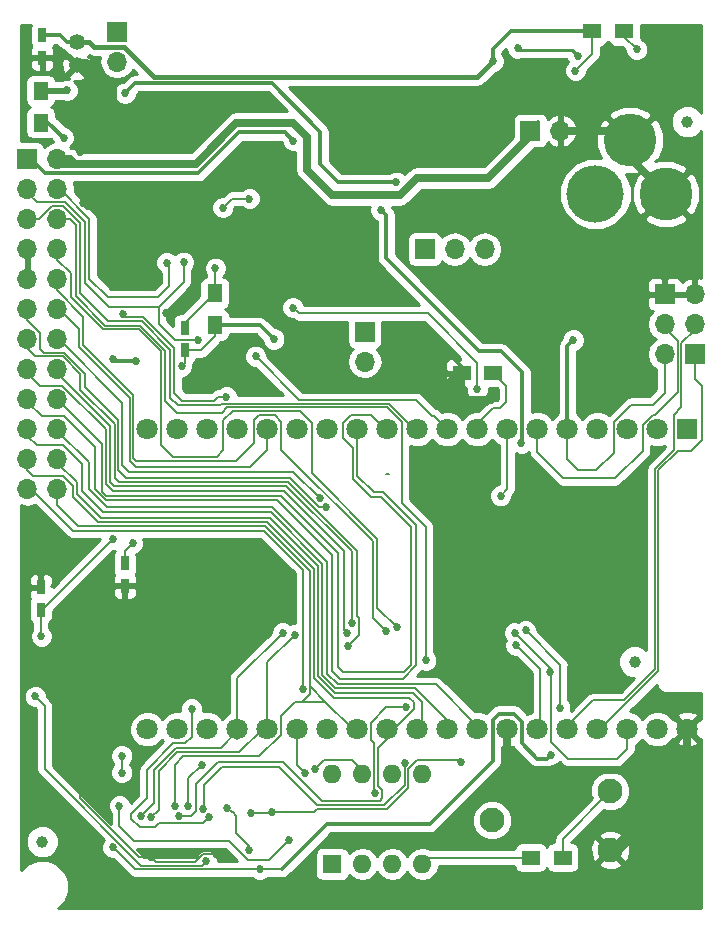
<source format=gbl>
G04 #@! TF.FileFunction,Copper,L2,Bot,Signal*
%FSLAX46Y46*%
G04 Gerber Fmt 4.6, Leading zero omitted, Abs format (unit mm)*
G04 Created by KiCad (PCBNEW 4.0.6) date Sunday, June 18, 2017 'PMt' 11:18:17 PM*
%MOMM*%
%LPD*%
G01*
G04 APERTURE LIST*
%ADD10C,0.100000*%
%ADD11R,1.700000X1.700000*%
%ADD12O,1.700000X1.700000*%
%ADD13R,1.800000X1.800000*%
%ADD14C,1.800000*%
%ADD15R,1.600000X1.600000*%
%ADD16O,1.600000X1.600000*%
%ADD17R,0.750000X1.200000*%
%ADD18R,1.500000X1.300000*%
%ADD19R,1.300000X1.500000*%
%ADD20C,2.100000*%
%ADD21C,4.450000*%
%ADD22C,4.500000*%
%ADD23C,4.860000*%
%ADD24C,1.000000*%
%ADD25C,1.350000*%
%ADD26C,0.685800*%
%ADD27C,0.152400*%
%ADD28C,0.355600*%
%ADD29C,0.203200*%
%ADD30C,0.304800*%
%ADD31C,1.066800*%
%ADD32C,0.711200*%
%ADD33C,0.406400*%
%ADD34C,0.254000*%
%ADD35C,0.508000*%
G04 APERTURE END LIST*
D10*
D11*
X50165000Y-85725000D03*
D12*
X52705000Y-85725000D03*
X50165000Y-88265000D03*
X52705000Y-88265000D03*
X50165000Y-90805000D03*
X52705000Y-90805000D03*
X50165000Y-93345000D03*
X52705000Y-93345000D03*
X50165000Y-95885000D03*
X52705000Y-95885000D03*
X50165000Y-98425000D03*
X52705000Y-98425000D03*
X50165000Y-100965000D03*
X52705000Y-100965000D03*
X50165000Y-103505000D03*
X52705000Y-103505000D03*
X50165000Y-106045000D03*
X52705000Y-106045000D03*
X50165000Y-108585000D03*
X52705000Y-108585000D03*
X50165000Y-111125000D03*
X52705000Y-111125000D03*
X50165000Y-113665000D03*
X52705000Y-113665000D03*
D11*
X57785000Y-74930000D03*
D12*
X57785000Y-77470000D03*
D13*
X106045000Y-108585000D03*
D14*
X103505000Y-108585000D03*
X100965000Y-108585000D03*
X98425000Y-108585000D03*
X95885000Y-108585000D03*
X93345000Y-108585000D03*
X90805000Y-108585000D03*
X88265000Y-108585000D03*
X85725000Y-108585000D03*
X83185000Y-108585000D03*
X80645000Y-108585000D03*
X78105000Y-108585000D03*
X75565000Y-108585000D03*
X73025000Y-108585000D03*
X70485000Y-108585000D03*
X67945000Y-108585000D03*
X65405000Y-108585000D03*
X62865000Y-108585000D03*
X60325000Y-108585000D03*
X60325000Y-133985000D03*
X62865000Y-133985000D03*
X65405000Y-133985000D03*
X67945000Y-133985000D03*
X70485000Y-133985000D03*
X73025000Y-133985000D03*
X75565000Y-133985000D03*
X78105000Y-133985000D03*
X80645000Y-133985000D03*
X83185000Y-133985000D03*
X85725000Y-133985000D03*
X88265000Y-133985000D03*
X90805000Y-133985000D03*
X93345000Y-133985000D03*
X95885000Y-133985000D03*
X98425000Y-133985000D03*
X100965000Y-133985000D03*
X103505000Y-133985000D03*
X106045000Y-133985000D03*
D15*
X75970000Y-145400000D03*
D16*
X83590000Y-137780000D03*
X78510000Y-145400000D03*
X81050000Y-137780000D03*
X81050000Y-145400000D03*
X78510000Y-137780000D03*
X83590000Y-145400000D03*
X75970000Y-137780000D03*
D17*
X63500000Y-101915000D03*
X63500000Y-100015000D03*
X51308000Y-123886000D03*
X51308000Y-121986000D03*
X58420000Y-121854000D03*
X58420000Y-119954000D03*
X51435000Y-75250000D03*
X51435000Y-77150000D03*
D11*
X92750000Y-83300000D03*
D12*
X95290000Y-83300000D03*
D11*
X106680000Y-102235000D03*
D12*
X106680000Y-99695000D03*
X106680000Y-97155000D03*
D11*
X78740000Y-100330000D03*
D12*
X78740000Y-102870000D03*
D18*
X89640400Y-103835200D03*
X86940400Y-103835200D03*
D19*
X51300000Y-82620000D03*
X51300000Y-79920000D03*
X66040000Y-99775000D03*
X66040000Y-97075000D03*
D18*
X95500000Y-144850000D03*
X92800000Y-144850000D03*
X98000000Y-74900000D03*
X100700000Y-74900000D03*
D20*
X89530000Y-141700000D03*
X99530000Y-139200000D03*
X99530000Y-144200000D03*
D21*
X101185000Y-84100000D03*
D22*
X104225000Y-88650000D03*
D23*
X98270000Y-88650000D03*
D24*
X51435000Y-143510000D03*
X106045000Y-82550000D03*
X101600000Y-128270000D03*
D25*
X54360000Y-77785000D03*
X54360000Y-75785000D03*
D11*
X83820000Y-93345000D03*
D12*
X86360000Y-93345000D03*
X88900000Y-93345000D03*
D11*
X104140000Y-97155000D03*
D12*
X104140000Y-99695000D03*
X104140000Y-102235000D03*
D26*
X57414160Y-102676960D03*
X59390280Y-102814120D03*
X50840640Y-131206240D03*
X65326260Y-145153380D03*
X57401460Y-117901720D03*
X63235840Y-103235760D03*
X51356260Y-126108460D03*
X71040000Y-100950000D03*
X68981320Y-89062560D03*
X66728340Y-89829640D03*
X66090800Y-94945200D03*
X83759040Y-100126800D03*
X69303900Y-125806200D03*
X71628000Y-123444000D03*
X92773500Y-123253500D03*
X98374200Y-125691900D03*
X69532500Y-120396000D03*
X92468700Y-117614700D03*
X98298000Y-117614700D03*
X70827900Y-121843800D03*
X92925900Y-121081800D03*
X98602800Y-121691400D03*
X66133980Y-144589500D03*
X54462680Y-136667240D03*
X60675520Y-144800320D03*
X71107300Y-85966300D03*
X69311520Y-86045040D03*
X78102460Y-82925920D03*
X59801760Y-147048220D03*
X57749440Y-146994880D03*
X87528400Y-81686400D03*
X58064400Y-123444000D03*
X51308000Y-118364000D03*
X55727600Y-126136400D03*
X54457600Y-127609600D03*
X61925200Y-98755200D03*
X54610000Y-85153500D03*
X54864000Y-89408000D03*
X68783200Y-94386400D03*
X60430000Y-89400000D03*
X61330000Y-90620000D03*
X57180000Y-83590000D03*
X89440000Y-106130000D03*
X94110000Y-78670000D03*
X64074040Y-132242560D03*
X65557400Y-141452600D03*
X67017900Y-105839260D03*
X58237120Y-98849180D03*
X59080400Y-118262400D03*
X53238400Y-83921600D03*
X58440000Y-80140000D03*
X81390000Y-87680000D03*
X72684640Y-84145120D03*
X57420000Y-144000000D03*
X80111600Y-90017600D03*
X91998800Y-109778800D03*
X94488000Y-136144000D03*
X69850000Y-145846800D03*
X68980000Y-144250000D03*
X67080000Y-140620000D03*
X58166000Y-137668000D03*
X58166000Y-136245600D03*
X57972960Y-140467080D03*
X72359520Y-143352520D03*
X89611200Y-77419200D03*
X96570000Y-78230000D03*
X101770000Y-76430000D03*
X96774000Y-77025500D03*
X91694000Y-76327000D03*
X96393000Y-101031040D03*
X77622400Y-124968000D03*
X71780400Y-125831600D03*
X59780000Y-141350000D03*
X83916520Y-128145540D03*
X73710800Y-137718800D03*
X77216000Y-125831600D03*
X72796400Y-125984000D03*
X60640000Y-141430000D03*
X80518000Y-125679200D03*
X91440000Y-125831600D03*
X82250000Y-132120000D03*
X79610000Y-139410000D03*
X94386400Y-129133600D03*
X77304900Y-126964440D03*
X91546680Y-126857760D03*
X86883240Y-136771380D03*
X69113400Y-141099540D03*
X70911720Y-141015720D03*
X95250000Y-132181600D03*
X92354400Y-125628400D03*
X81432400Y-125374400D03*
X73507600Y-130606800D03*
X62640000Y-140530000D03*
X61976000Y-94488000D03*
X88250000Y-105220000D03*
X72660000Y-98300000D03*
X63030000Y-141310000D03*
X69502020Y-102412800D03*
X64648080Y-101003100D03*
X63398400Y-94437200D03*
X63810000Y-140510000D03*
X64950000Y-137020000D03*
X82110000Y-136830000D03*
X65080000Y-140720000D03*
X74550000Y-137350000D03*
X53543200Y-79908400D03*
X75483720Y-115199160D03*
X90251280Y-114218720D03*
X74935080Y-114452400D03*
D27*
X80565000Y-112395000D02*
X80755000Y-112395000D01*
D28*
X57414160Y-102676960D02*
X57551320Y-102814120D01*
X57551320Y-102814120D02*
X59390280Y-102814120D01*
D27*
X51630580Y-131996180D02*
X50840640Y-131206240D01*
X51630580Y-137378440D02*
X51630580Y-131996180D01*
X59791600Y-145539460D02*
X51630580Y-137378440D01*
X64940180Y-145539460D02*
X59791600Y-145539460D01*
X65326260Y-145153380D02*
X64940180Y-145539460D01*
D29*
X63500000Y-101915000D02*
X63500000Y-102971600D01*
X57401460Y-117901720D02*
X51417180Y-123886000D01*
X63500000Y-102971600D02*
X63235840Y-103235760D01*
X51417180Y-123886000D02*
X51308000Y-123886000D01*
X51308000Y-123886000D02*
X51308000Y-126060200D01*
X51308000Y-126060200D02*
X51356260Y-126108460D01*
X63500000Y-101915000D02*
X64848700Y-101915000D01*
X66040000Y-100723700D02*
X66040000Y-99775000D01*
X64848700Y-101915000D02*
X66040000Y-100723700D01*
D30*
X66040000Y-99775000D02*
X69865000Y-99775000D01*
X69865000Y-99775000D02*
X71040000Y-100950000D01*
D29*
X63500000Y-100015000D02*
X63500000Y-99615000D01*
X63500000Y-99615000D02*
X66040000Y-97075000D01*
D27*
X67495420Y-89062560D02*
X68981320Y-89062560D01*
X66728340Y-89829640D02*
X67495420Y-89062560D01*
X66090800Y-94945200D02*
X66040000Y-94996000D01*
X66040000Y-94996000D02*
X66040000Y-97075000D01*
D28*
X65845000Y-97075000D02*
X66040000Y-97075000D01*
D30*
X83759040Y-100126800D02*
X86940400Y-103308160D01*
X86940400Y-103308160D02*
X86940400Y-103835200D01*
D31*
X69303900Y-125768100D02*
X69303900Y-125806200D01*
X71628000Y-123444000D02*
X69303900Y-125768100D01*
X95935800Y-123253500D02*
X92773500Y-123253500D01*
X98374200Y-125691900D02*
X95935800Y-123253500D01*
X67589400Y-122339100D02*
X67513200Y-122339100D01*
X69532500Y-120396000D02*
X67589400Y-122339100D01*
X98298000Y-117614700D02*
X92468700Y-117614700D01*
X68846700Y-123825000D02*
X68846700Y-123901200D01*
X70827900Y-121843800D02*
X68846700Y-123825000D01*
X97993200Y-121081800D02*
X92925900Y-121081800D01*
X98602800Y-121691400D02*
X97993200Y-121081800D01*
D27*
X61074300Y-145199100D02*
X60675520Y-144800320D01*
X64373760Y-145199100D02*
X61074300Y-145199100D01*
X65021460Y-144551400D02*
X64373760Y-145199100D01*
X66095880Y-144551400D02*
X65021460Y-144551400D01*
X66133980Y-144589500D02*
X66095880Y-144551400D01*
X54462680Y-136667240D02*
X54660800Y-136865360D01*
X54660800Y-136865360D02*
X54660800Y-139811760D01*
X54660800Y-139811760D02*
X59649360Y-144800320D01*
X59649360Y-144800320D02*
X60675520Y-144800320D01*
X69390260Y-85966300D02*
X71107300Y-85966300D01*
X69311520Y-86045040D02*
X69390260Y-85966300D01*
D30*
X87528400Y-81686400D02*
X79341980Y-81686400D01*
X79341980Y-81686400D02*
X78102460Y-82925920D01*
D27*
X59801760Y-147048220D02*
X59743340Y-146989800D01*
X59743340Y-146989800D02*
X57800240Y-146989800D01*
X57800240Y-146989800D02*
X57795160Y-146994880D01*
X57795160Y-146994880D02*
X57749440Y-146994880D01*
D28*
X94110000Y-78670000D02*
X92424400Y-78670000D01*
X89408000Y-81686400D02*
X87528400Y-81686400D01*
X92424400Y-78670000D02*
X89408000Y-81686400D01*
D29*
X58420000Y-121854000D02*
X58420000Y-123088400D01*
X58420000Y-123088400D02*
X58064400Y-123444000D01*
X51308000Y-121986000D02*
X51308000Y-118364000D01*
D28*
X55727600Y-126339600D02*
X55727600Y-126136400D01*
X54457600Y-127609600D02*
X55727600Y-126339600D01*
D32*
X99530000Y-144200000D02*
X100275000Y-144200000D01*
X100275000Y-144200000D02*
X106045000Y-138430000D01*
X106045000Y-138430000D02*
X106045000Y-136525000D01*
D28*
X61925200Y-98755200D02*
X64871600Y-95808800D01*
X64871600Y-95808800D02*
X64871600Y-94386400D01*
D33*
X55181500Y-84582000D02*
X56188000Y-84582000D01*
X56188000Y-84582000D02*
X57180000Y-83590000D01*
X55181500Y-78606500D02*
X54360000Y-77785000D01*
X55181500Y-84582000D02*
X55181500Y-78606500D01*
X54610000Y-85153500D02*
X55181500Y-84582000D01*
X60041000Y-89789000D02*
X60430000Y-89400000D01*
X55245000Y-89789000D02*
X60041000Y-89789000D01*
X54864000Y-89408000D02*
X55245000Y-89789000D01*
D28*
X62578400Y-90620000D02*
X62578400Y-92093200D01*
X62578400Y-92093200D02*
X64871600Y-94386400D01*
X61330000Y-90620000D02*
X62578400Y-90620000D01*
X65430400Y-93472000D02*
X65786000Y-93472000D01*
X62578400Y-90620000D02*
X65430400Y-93472000D01*
X64871600Y-94386400D02*
X65786000Y-93472000D01*
X65786000Y-93472000D02*
X67868800Y-93472000D01*
X67868800Y-93472000D02*
X68783200Y-94386400D01*
D31*
X85394800Y-106130000D02*
X85394800Y-105380800D01*
X85394800Y-105380800D02*
X86940400Y-103835200D01*
D32*
X90805000Y-133985000D02*
X90805000Y-135559800D01*
X106045000Y-136525000D02*
X106045000Y-133985000D01*
X105105200Y-137464800D02*
X106045000Y-136525000D01*
X92710000Y-137464800D02*
X105105200Y-137464800D01*
X90805000Y-135559800D02*
X92710000Y-137464800D01*
D30*
X60430000Y-89720000D02*
X60430000Y-89400000D01*
X61330000Y-90620000D02*
X60430000Y-89720000D01*
D31*
X54360000Y-77785000D02*
X55145000Y-77785000D01*
X57180000Y-79820000D02*
X57180000Y-83590000D01*
X55145000Y-77785000D02*
X57180000Y-79820000D01*
D32*
X85394800Y-106130000D02*
X89440000Y-106130000D01*
D30*
X51435000Y-77150000D02*
X53725000Y-77150000D01*
X53725000Y-77150000D02*
X54360000Y-77785000D01*
X95290000Y-79850000D02*
X95290000Y-83300000D01*
X94110000Y-78670000D02*
X95290000Y-79850000D01*
D32*
X95290000Y-83300000D02*
X100385000Y-83300000D01*
X100385000Y-83300000D02*
X101185000Y-84100000D01*
X101185000Y-85610000D02*
X104225000Y-88650000D01*
D27*
X64084200Y-132252720D02*
X64074040Y-132242560D01*
X64084200Y-134607300D02*
X64084200Y-132252720D01*
X63543180Y-135148320D02*
X64084200Y-134607300D01*
X62544960Y-135148320D02*
X63543180Y-135148320D01*
X60289440Y-137403840D02*
X62544960Y-135148320D01*
X60289440Y-139829540D02*
X60289440Y-137403840D01*
X58968640Y-141150340D02*
X60289440Y-139829540D01*
X58968640Y-141571980D02*
X58968640Y-141150340D01*
X59677300Y-142280640D02*
X58968640Y-141571980D01*
X60947300Y-142280640D02*
X59677300Y-142280640D01*
X61302900Y-141925040D02*
X60947300Y-142280640D01*
X65084960Y-141925040D02*
X61302900Y-141925040D01*
X65557400Y-141452600D02*
X65084960Y-141925040D01*
D29*
X66357500Y-105839260D02*
X67017900Y-105839260D01*
X66004440Y-106192320D02*
X66357500Y-105839260D01*
X63296804Y-106192320D02*
X66004440Y-106192320D01*
X62611002Y-105506518D02*
X63296804Y-106192320D01*
X62611002Y-101737162D02*
X62611002Y-105506518D01*
X59977020Y-99103180D02*
X62611002Y-101737162D01*
X58491120Y-99103180D02*
X59977020Y-99103180D01*
X58237120Y-98849180D02*
X58491120Y-99103180D01*
X58420000Y-118922800D02*
X58420000Y-119954000D01*
X59080400Y-118262400D02*
X58420000Y-118922800D01*
D28*
X53238400Y-83921600D02*
X51936800Y-82620000D01*
X51936800Y-82620000D02*
X51300000Y-82620000D01*
D30*
X58440000Y-80140000D02*
X59290000Y-79290000D01*
X59290000Y-79290000D02*
X70850000Y-79290000D01*
X70850000Y-79290000D02*
X74990000Y-83430000D01*
X74990000Y-83430000D02*
X74990000Y-86170000D01*
X74990000Y-86170000D02*
X76500000Y-87680000D01*
X76500000Y-87680000D02*
X81390000Y-87680000D01*
X50165000Y-85725000D02*
X50520600Y-85725000D01*
X50520600Y-85725000D02*
X51694080Y-86898480D01*
X51694080Y-86898480D02*
X64640460Y-86898480D01*
X64640460Y-86898480D02*
X68084700Y-83454240D01*
X68084700Y-83454240D02*
X71993760Y-83454240D01*
X71993760Y-83454240D02*
X72684640Y-84145120D01*
D27*
X59266800Y-145846800D02*
X69850000Y-145846800D01*
X57420000Y-144000000D02*
X59266800Y-145846800D01*
X69850000Y-145846800D02*
X71678800Y-145846800D01*
X71678800Y-145846800D02*
X71729600Y-145796000D01*
D28*
X80111600Y-90017600D02*
X80568800Y-90474800D01*
X80568800Y-90474800D02*
X80568800Y-94132400D01*
X80568800Y-94132400D02*
X88442800Y-102006400D01*
X88442800Y-102006400D02*
X90271600Y-102006400D01*
X90271600Y-102006400D02*
X92049600Y-103784400D01*
X92049600Y-103784400D02*
X92049600Y-109728000D01*
X92049600Y-109728000D02*
X91998800Y-109778800D01*
X94488000Y-136144000D02*
X94160135Y-136471865D01*
X94160135Y-136471865D02*
X93342665Y-136471865D01*
X93342665Y-136471865D02*
X92049600Y-135178800D01*
X92049600Y-135178800D02*
X92049600Y-133350000D01*
X92049600Y-133350000D02*
X91389200Y-132689600D01*
X91389200Y-132689600D02*
X90068400Y-132689600D01*
X90068400Y-132689600D02*
X89560400Y-133197600D01*
X89560400Y-133197600D02*
X89560400Y-136702800D01*
X89560400Y-136702800D02*
X84277200Y-141986000D01*
X84277200Y-141986000D02*
X75539600Y-141986000D01*
X75539600Y-141986000D02*
X71729600Y-145796000D01*
D27*
X68980000Y-143890000D02*
X68980000Y-144250000D01*
X67880000Y-142790000D02*
X68980000Y-143890000D01*
X67880000Y-141310000D02*
X67880000Y-142790000D01*
X67590000Y-141020000D02*
X67880000Y-141310000D01*
X67480000Y-141020000D02*
X67590000Y-141020000D01*
X67080000Y-140620000D02*
X67480000Y-141020000D01*
X58166000Y-137668000D02*
X58166000Y-136245600D01*
X92800000Y-144850000D02*
X84140000Y-144850000D01*
X84140000Y-144850000D02*
X83590000Y-145400000D01*
X57942480Y-140497560D02*
X57972960Y-140467080D01*
X57942480Y-142189200D02*
X57942480Y-140497560D01*
X59207400Y-143454120D02*
X57942480Y-142189200D01*
X67238880Y-143454120D02*
X59207400Y-143454120D01*
X68834000Y-145049240D02*
X67238880Y-143454120D01*
X70662800Y-145049240D02*
X68834000Y-145049240D01*
X72359520Y-143352520D02*
X70662800Y-145049240D01*
D33*
X54360000Y-75785000D02*
X55385000Y-75785000D01*
X88248402Y-78781998D02*
X89611200Y-77419200D01*
X60901998Y-78781998D02*
X88248402Y-78781998D01*
X58360000Y-76240000D02*
X60901998Y-78781998D01*
X55840000Y-76240000D02*
X58360000Y-76240000D01*
X55385000Y-75785000D02*
X55840000Y-76240000D01*
D30*
X98000000Y-74900000D02*
X91114400Y-74900000D01*
X91114400Y-74900000D02*
X89611200Y-76403200D01*
X89611200Y-76403200D02*
X89611200Y-77419200D01*
X54360000Y-75785000D02*
X53495000Y-75785000D01*
X52960000Y-75250000D02*
X51435000Y-75250000D01*
X53495000Y-75785000D02*
X52960000Y-75250000D01*
D27*
X98000000Y-74900000D02*
X98000000Y-76800000D01*
X98000000Y-76800000D02*
X96570000Y-78230000D01*
X101770000Y-76430000D02*
X100700000Y-75360000D01*
X100700000Y-75360000D02*
X100700000Y-74900000D01*
D34*
X96266000Y-76517500D02*
X96774000Y-77025500D01*
X91884500Y-76517500D02*
X96266000Y-76517500D01*
X91694000Y-76327000D02*
X91884500Y-76517500D01*
D32*
X52705000Y-85725000D02*
X53784500Y-85725000D01*
X54165500Y-86106000D02*
X64452500Y-86106000D01*
X53784500Y-85725000D02*
X54165500Y-86106000D01*
X92750000Y-83300000D02*
X92750000Y-83780000D01*
X92750000Y-83780000D02*
X89217500Y-87312500D01*
X89217500Y-87312500D02*
X83185000Y-87312500D01*
X83185000Y-87312500D02*
X81724500Y-88773000D01*
X81724500Y-88773000D02*
X76009500Y-88773000D01*
X76009500Y-88773000D02*
X73850500Y-86614000D01*
X73850500Y-86614000D02*
X73850500Y-83820000D01*
X73850500Y-83820000D02*
X72707500Y-82677000D01*
X72707500Y-82677000D02*
X67881500Y-82677000D01*
X67881500Y-82677000D02*
X64452500Y-86106000D01*
X64452500Y-86106000D02*
X53086000Y-86106000D01*
X53086000Y-86106000D02*
X52705000Y-85725000D01*
D30*
X93440000Y-82610000D02*
X92750000Y-83300000D01*
D27*
X93345000Y-110525000D02*
X93345000Y-108585000D01*
X95550000Y-112730000D02*
X93345000Y-110525000D01*
X99950000Y-112730000D02*
X95550000Y-112730000D01*
X102280000Y-110400000D02*
X99950000Y-112730000D01*
X102280000Y-108200000D02*
X102280000Y-110400000D01*
X103130000Y-107350000D02*
X102280000Y-108200000D01*
X105235198Y-105434802D02*
X103320000Y-107350000D01*
X103320000Y-107350000D02*
X103130000Y-107350000D01*
X105235198Y-101125198D02*
X105235198Y-105434802D01*
X104140000Y-99695000D02*
X104140000Y-100030000D01*
X104140000Y-100030000D02*
X105235198Y-101125198D01*
D30*
X95885000Y-101539040D02*
X95885000Y-108585000D01*
X96393000Y-101031040D02*
X95885000Y-101539040D01*
D27*
X103130000Y-106500000D02*
X104140000Y-105490000D01*
X104140000Y-105490000D02*
X104140000Y-102235000D01*
X95885000Y-108585000D02*
X95885000Y-111125000D01*
X95885000Y-111125000D02*
X96800000Y-112040000D01*
X96800000Y-112040000D02*
X98360000Y-112040000D01*
X98360000Y-112040000D02*
X99820000Y-110580000D01*
X99820000Y-110580000D02*
X99820000Y-107990000D01*
X99820000Y-107990000D02*
X101310000Y-106500000D01*
X101310000Y-106500000D02*
X103130000Y-106500000D01*
X103610000Y-112510000D02*
X103610000Y-112070000D01*
X107270000Y-104900000D02*
X106680000Y-104310000D01*
X107270000Y-109500000D02*
X107270000Y-104900000D01*
X106350000Y-110420000D02*
X107270000Y-109500000D01*
X105260000Y-110420000D02*
X106350000Y-110420000D01*
X103610000Y-112070000D02*
X105260000Y-110420000D01*
X98425000Y-133985000D02*
X98695000Y-133985000D01*
X98695000Y-133985000D02*
X103610000Y-129070000D01*
X103610000Y-129070000D02*
X103610000Y-112510000D01*
X106680000Y-104310000D02*
X106680000Y-102235000D01*
X105540000Y-106720000D02*
X104890000Y-107370000D01*
X104890000Y-107370000D02*
X104890000Y-110358944D01*
X104890000Y-110358944D02*
X103305198Y-111943746D01*
X103305198Y-111943746D02*
X103305198Y-128924802D01*
X103305198Y-128924802D02*
X100690000Y-131540000D01*
X100690000Y-131540000D02*
X98090000Y-131540000D01*
X105540000Y-101330000D02*
X105540000Y-106720000D01*
X106680000Y-99695000D02*
X106680000Y-100190000D01*
X106680000Y-100190000D02*
X105540000Y-101330000D01*
X98090000Y-131540000D02*
X95885000Y-133745000D01*
X95885000Y-133745000D02*
X95885000Y-133985000D01*
X95885000Y-133985000D02*
X95885000Y-133175000D01*
X52705000Y-103505000D02*
X52705000Y-103860600D01*
X52705000Y-103860600D02*
X57200800Y-108356400D01*
X57200800Y-108356400D02*
X57200800Y-113080800D01*
X57200800Y-113080800D02*
X57505600Y-113385600D01*
X57505600Y-113385600D02*
X72085200Y-113385600D01*
X72085200Y-113385600D02*
X77622400Y-118922800D01*
X77622400Y-118922800D02*
X77622400Y-124968000D01*
X71780400Y-125831600D02*
X67945000Y-129667000D01*
X67945000Y-129667000D02*
X67945000Y-133985000D01*
X66540000Y-135570000D02*
X62750000Y-135570000D01*
X62750000Y-135570000D02*
X60880000Y-137440000D01*
X66540000Y-135570000D02*
X67945000Y-134165000D01*
X60880000Y-140250000D02*
X60880000Y-137440000D01*
X59780000Y-141350000D02*
X60880000Y-140250000D01*
X67945000Y-133985000D02*
X67945000Y-134165000D01*
X67945000Y-133985000D02*
X67945000Y-134835000D01*
X52705000Y-90805000D02*
X53771800Y-90805000D01*
X83916520Y-116850160D02*
X83916520Y-128145540D01*
X81899760Y-114833400D02*
X83916520Y-116850160D01*
X81899760Y-107984816D02*
X81899760Y-114833400D01*
X80645742Y-106730798D02*
X81899760Y-107984816D01*
X67109342Y-106730798D02*
X80645742Y-106730798D01*
X66626740Y-107213400D02*
X67109342Y-106730798D01*
X62842140Y-107213400D02*
X66626740Y-107213400D01*
X61826140Y-106197400D02*
X62842140Y-107213400D01*
X61826140Y-101933484D02*
X61826140Y-106197400D01*
X59714654Y-99821998D02*
X61826140Y-101933484D01*
X56784240Y-99821998D02*
X59714654Y-99821998D01*
X54259108Y-97296866D02*
X56784240Y-99821998D01*
X54259108Y-91292308D02*
X54259108Y-97296866D01*
X53771800Y-90805000D02*
X54259108Y-91292308D01*
X73025000Y-133985000D02*
X73025000Y-137033000D01*
X73025000Y-137033000D02*
X73710800Y-137718800D01*
X52705000Y-98425000D02*
X52857400Y-98425000D01*
X52857400Y-98425000D02*
X54508400Y-100076000D01*
X54508400Y-100076000D02*
X54508400Y-101650800D01*
X54508400Y-101650800D02*
X58826402Y-105968802D01*
X58826402Y-105968802D02*
X58826402Y-111302802D01*
X58826402Y-111302802D02*
X59334400Y-111810800D01*
X59334400Y-111810800D02*
X68986400Y-111810800D01*
X68986400Y-111810800D02*
X70485000Y-110312200D01*
X70485000Y-110312200D02*
X70485000Y-108585000D01*
X50165000Y-103505000D02*
X50165000Y-103860600D01*
X50165000Y-103860600D02*
X51206400Y-104902000D01*
X51206400Y-104902000D02*
X53136800Y-104902000D01*
X53136800Y-104902000D02*
X56794402Y-108559602D01*
X56794402Y-108559602D02*
X56794402Y-113233200D01*
X56794402Y-113233200D02*
X57404002Y-113842800D01*
X57404002Y-113842800D02*
X71932800Y-113842800D01*
X71932800Y-113842800D02*
X77012800Y-118922800D01*
X77012800Y-118922800D02*
X77012800Y-125628400D01*
X77012800Y-125628400D02*
X77216000Y-125831600D01*
X72796400Y-125984000D02*
X70485000Y-128295400D01*
X70485000Y-128295400D02*
X70485000Y-133985000D01*
X68130000Y-135950000D02*
X70095000Y-133985000D01*
X62850000Y-135950000D02*
X68130000Y-135950000D01*
X61280000Y-137520000D02*
X62850000Y-135950000D01*
X61280000Y-140790000D02*
X61280000Y-137520000D01*
X60640000Y-141430000D02*
X61280000Y-140790000D01*
X70095000Y-133985000D02*
X70485000Y-133985000D01*
X59131204Y-105750360D02*
X59131204Y-105658924D01*
X52705000Y-96832420D02*
X52705000Y-95885000D01*
X54924960Y-99052380D02*
X52705000Y-96832420D01*
X54924960Y-101452680D02*
X54924960Y-99052380D01*
X59131204Y-105658924D02*
X54924960Y-101452680D01*
X52705000Y-95885000D02*
X52705000Y-96799400D01*
X59131204Y-105714804D02*
X59131204Y-105750360D01*
X59131204Y-105750360D02*
X59131204Y-111048804D01*
X59131204Y-111048804D02*
X59385200Y-111302800D01*
X59385200Y-111302800D02*
X67818000Y-111302800D01*
X67818000Y-111302800D02*
X69342000Y-109778800D01*
X69342000Y-109778800D02*
X69342000Y-107797600D01*
X69342000Y-107797600D02*
X69748400Y-107391200D01*
X69748400Y-107391200D02*
X71120000Y-107391200D01*
X71120000Y-107391200D02*
X71678800Y-107950000D01*
X71678800Y-107950000D02*
X71678800Y-110363744D01*
X71678800Y-110363744D02*
X79400400Y-118085344D01*
X79400400Y-118085344D02*
X79400400Y-124561600D01*
X79400400Y-124561600D02*
X80518000Y-125679200D01*
X91440000Y-125831600D02*
X94538800Y-128930400D01*
X80560000Y-132120000D02*
X82250000Y-132120000D01*
X79260000Y-133420000D02*
X80560000Y-132120000D01*
X79260000Y-134860000D02*
X79260000Y-133420000D01*
X79560000Y-135160000D02*
X79260000Y-134860000D01*
X79560000Y-139360000D02*
X79560000Y-135160000D01*
X79610000Y-139410000D02*
X79560000Y-139360000D01*
X94386400Y-129133600D02*
X94538800Y-128981200D01*
X94538800Y-128981200D02*
X94538800Y-128930400D01*
X100965000Y-135661400D02*
X100965000Y-133985000D01*
X94538800Y-128930400D02*
X94538800Y-135077200D01*
X94538800Y-135077200D02*
X95961200Y-136499600D01*
X95961200Y-136499600D02*
X100126800Y-136499600D01*
X100126800Y-136499600D02*
X100965000Y-135661400D01*
X50165000Y-100965000D02*
X50165000Y-101737160D01*
X50165000Y-101737160D02*
X50850800Y-102422960D01*
X50850800Y-102422960D02*
X53164740Y-102422960D01*
X53164740Y-102422960D02*
X54620160Y-103878380D01*
X54620160Y-103878380D02*
X54620160Y-105247440D01*
X54620160Y-105247440D02*
X57553860Y-108181140D01*
X57553860Y-108181140D02*
X57553860Y-112715040D01*
X57553860Y-112715040D02*
X57904380Y-113065560D01*
X57904380Y-113065560D02*
X72252840Y-113065560D01*
X72252840Y-113065560D02*
X78069440Y-118882160D01*
X78069440Y-118882160D02*
X78069440Y-124383800D01*
X78069440Y-124383800D02*
X78272640Y-124587000D01*
X78272640Y-124587000D02*
X78272640Y-125996700D01*
X78272640Y-125996700D02*
X77304900Y-126964440D01*
X91546680Y-126857760D02*
X93619320Y-128930400D01*
X93619320Y-128930400D02*
X93619320Y-133710680D01*
X93619320Y-133710680D02*
X93345000Y-133985000D01*
X70911720Y-141015720D02*
X74447400Y-141015720D01*
X86723220Y-136611360D02*
X86883240Y-136771380D01*
X83187540Y-136611360D02*
X86723220Y-136611360D01*
X82414802Y-137384098D02*
X83187540Y-136611360D01*
X82414802Y-138930958D02*
X82414802Y-137384098D01*
X80619600Y-140726160D02*
X82414802Y-138930958D01*
X74736960Y-140726160D02*
X80619600Y-140726160D01*
X74447400Y-141015720D02*
X74736960Y-140726160D01*
X70827900Y-141099540D02*
X69113400Y-141099540D01*
X70911720Y-141015720D02*
X70827900Y-141099540D01*
X95275400Y-132156200D02*
X95250000Y-132181600D01*
X95275400Y-128549400D02*
X95275400Y-132156200D01*
X52705000Y-93345000D02*
X52705000Y-94259400D01*
X92354400Y-125628400D02*
X95275400Y-128549400D01*
X95275400Y-128549400D02*
X95300800Y-128574800D01*
X79806800Y-123748800D02*
X81432400Y-125374400D01*
X79806800Y-117856000D02*
X79806800Y-123748800D01*
X74269600Y-112318800D02*
X79806800Y-117856000D01*
X74269600Y-108051600D02*
X74269600Y-112318800D01*
X73253600Y-107035600D02*
X74269600Y-108051600D01*
X67564000Y-107035600D02*
X73253600Y-107035600D01*
X66751200Y-107848400D02*
X67564000Y-107035600D01*
X66751200Y-110388400D02*
X66751200Y-107848400D01*
X66192400Y-110947200D02*
X66751200Y-110388400D01*
X62484000Y-110947200D02*
X66192400Y-110947200D01*
X61468000Y-109931200D02*
X62484000Y-110947200D01*
X61468000Y-102006400D02*
X61468000Y-109931200D01*
X59588400Y-100126800D02*
X61468000Y-102006400D01*
X56591200Y-100126800D02*
X59588400Y-100126800D01*
X53848000Y-97383600D02*
X56591200Y-100126800D01*
X53848000Y-95402400D02*
X53848000Y-97383600D01*
X52705000Y-94259400D02*
X53848000Y-95402400D01*
X50165000Y-113665000D02*
X50520600Y-113665000D01*
X50520600Y-113665000D02*
X54051200Y-117195600D01*
X73507600Y-120497600D02*
X73507600Y-130606800D01*
X70205600Y-117195600D02*
X73507600Y-120497600D01*
X54051200Y-117195600D02*
X70205600Y-117195600D01*
D32*
X50165000Y-113805000D02*
X50165000Y-113665000D01*
D27*
X75415800Y-131695800D02*
X75415800Y-131651400D01*
X75415800Y-131651400D02*
X74117200Y-130352800D01*
X72840000Y-131660000D02*
X73470400Y-131660000D01*
X73470400Y-131660000D02*
X74117200Y-131013200D01*
X74117200Y-131013200D02*
X74117200Y-130352800D01*
X52705000Y-115036600D02*
X52705000Y-113665000D01*
X74117200Y-130352800D02*
X74117200Y-120599200D01*
X74117200Y-120599200D02*
X70307200Y-116789200D01*
X70307200Y-116789200D02*
X54457600Y-116789200D01*
X54457600Y-116789200D02*
X52705000Y-115036600D01*
X78105000Y-133985000D02*
X77705000Y-133985000D01*
X77705000Y-133985000D02*
X75415800Y-131695800D01*
X75415800Y-131695800D02*
X75380000Y-131660000D01*
X62640000Y-137030000D02*
X62640000Y-140530000D01*
X63380000Y-136290000D02*
X62640000Y-137030000D01*
X69800000Y-136290000D02*
X63380000Y-136290000D01*
X71620000Y-134470000D02*
X69800000Y-136290000D01*
X71620000Y-132880000D02*
X71620000Y-134470000D01*
X72840000Y-131660000D02*
X71620000Y-132880000D01*
X75380000Y-131660000D02*
X72840000Y-131660000D01*
X78105000Y-134145000D02*
X78105000Y-133985000D01*
X50165000Y-106045000D02*
X50165000Y-106248200D01*
X50165000Y-106248200D02*
X51409600Y-107492800D01*
X51409600Y-107492800D02*
X53238400Y-107492800D01*
X53238400Y-107492800D02*
X55880000Y-110134400D01*
X55880000Y-110134400D02*
X55880000Y-113690400D01*
X55880000Y-113690400D02*
X56794400Y-114604800D01*
X56794400Y-114604800D02*
X71323200Y-114604800D01*
X71323200Y-114604800D02*
X75996800Y-119278400D01*
X75996800Y-119278400D02*
X75996800Y-129082800D01*
X75996800Y-129082800D02*
X76657200Y-129743200D01*
X76657200Y-129743200D02*
X81940400Y-129743200D01*
X81940400Y-129743200D02*
X83108800Y-128574800D01*
X83108800Y-128574800D02*
X83108800Y-116738400D01*
X83108800Y-116738400D02*
X80314800Y-113944400D01*
X80314800Y-113944400D02*
X79502000Y-113944400D01*
X79502000Y-113944400D02*
X78105000Y-112547400D01*
X78105000Y-112547400D02*
X78105000Y-108585000D01*
X52705000Y-88265000D02*
X52908200Y-88265000D01*
X52908200Y-88265000D02*
X55422800Y-90779600D01*
X55422800Y-90779600D02*
X55422800Y-95859600D01*
X55422800Y-95859600D02*
X56997600Y-97434400D01*
X56997600Y-97434400D02*
X61214000Y-97434400D01*
X61214000Y-97434400D02*
X62179200Y-96469200D01*
X62179200Y-96469200D02*
X62179200Y-94691200D01*
X62179200Y-94691200D02*
X61976000Y-94488000D01*
X88265000Y-108585000D02*
X88265000Y-108127800D01*
X88265000Y-108127800D02*
X89560400Y-106832400D01*
X90728800Y-104923600D02*
X89640400Y-103835200D01*
X90728800Y-106324400D02*
X90728800Y-104923600D01*
X90220800Y-106832400D02*
X90728800Y-106324400D01*
X89560400Y-106832400D02*
X90220800Y-106832400D01*
X88250000Y-102970000D02*
X88250000Y-105220000D01*
X84060000Y-98780000D02*
X88250000Y-102970000D01*
X73140000Y-98780000D02*
X84060000Y-98780000D01*
X72660000Y-98300000D02*
X73140000Y-98780000D01*
X80645000Y-133985000D02*
X81203800Y-133985000D01*
X81203800Y-133985000D02*
X82905600Y-132283200D01*
X50165000Y-112039400D02*
X50165000Y-111125000D01*
X50647600Y-112522000D02*
X50165000Y-112039400D01*
X53187600Y-112522000D02*
X50647600Y-112522000D01*
X54051200Y-113385600D02*
X53187600Y-112522000D01*
X54051200Y-114350800D02*
X54051200Y-113385600D01*
X56134000Y-116433600D02*
X54051200Y-114350800D01*
X70459600Y-116433600D02*
X56134000Y-116433600D01*
X74472800Y-120446800D02*
X70459600Y-116433600D01*
X74472800Y-129692400D02*
X74472800Y-120446800D01*
X76098400Y-131318000D02*
X74472800Y-129692400D01*
X82499200Y-131318000D02*
X76098400Y-131318000D01*
X82905600Y-131724400D02*
X82499200Y-131318000D01*
X82905600Y-132283200D02*
X82905600Y-131724400D01*
X80645000Y-133985000D02*
X80645000Y-134805000D01*
X80645000Y-134805000D02*
X79864802Y-135585198D01*
X79864802Y-135585198D02*
X79864802Y-138814802D01*
X79864802Y-138814802D02*
X80210000Y-139160000D01*
X80210000Y-139160000D02*
X80210000Y-139840000D01*
X80210000Y-139840000D02*
X80020000Y-140030000D01*
X80020000Y-140030000D02*
X75120000Y-140030000D01*
X75120000Y-140030000D02*
X71840000Y-136750000D01*
X71840000Y-136750000D02*
X66310000Y-136750000D01*
X66310000Y-136750000D02*
X64470000Y-138590000D01*
X64470000Y-138590000D02*
X64470000Y-140880000D01*
X64470000Y-140880000D02*
X64040000Y-141310000D01*
X64040000Y-141310000D02*
X63030000Y-141310000D01*
X61315600Y-98247200D02*
X61315600Y-99659440D01*
X84612480Y-107472480D02*
X85725000Y-108585000D01*
X84460080Y-107472480D02*
X84612480Y-107472480D01*
X83108794Y-106121194D02*
X84460080Y-107472480D01*
X73210414Y-106121194D02*
X83108794Y-106121194D01*
X69502020Y-102412800D02*
X73210414Y-106121194D01*
X62659260Y-101003100D02*
X64648080Y-101003100D01*
X61315600Y-99659440D02*
X62659260Y-101003100D01*
X50165000Y-88265000D02*
X50165000Y-88569800D01*
X50165000Y-88569800D02*
X50952400Y-89357200D01*
X50952400Y-89357200D02*
X53340000Y-89357200D01*
X53340000Y-89357200D02*
X55016400Y-91033600D01*
X55016400Y-91033600D02*
X55016400Y-96215200D01*
X55016400Y-96215200D02*
X57048400Y-98247200D01*
X57048400Y-98247200D02*
X61315600Y-98247200D01*
X61315600Y-98247200D02*
X63398400Y-96164400D01*
X63398400Y-96164400D02*
X63398400Y-94437200D01*
X80645000Y-108585000D02*
X80441800Y-108585000D01*
X80441800Y-108585000D02*
X79248000Y-107391200D01*
X56489600Y-109829600D02*
X52705000Y-106045000D01*
X56489600Y-113868944D02*
X56489600Y-109829600D01*
X56869856Y-114249200D02*
X56489600Y-113868944D01*
X71678800Y-114249200D02*
X56869856Y-114249200D01*
X76504800Y-119075200D02*
X71678800Y-114249200D01*
X76504800Y-128727200D02*
X76504800Y-119075200D01*
X76911200Y-129133600D02*
X76504800Y-128727200D01*
X82092800Y-129133600D02*
X76911200Y-129133600D01*
X82651600Y-128574800D02*
X82092800Y-129133600D01*
X82651600Y-116840000D02*
X82651600Y-128574800D01*
X80111600Y-114300000D02*
X82651600Y-116840000D01*
X79248000Y-114300000D02*
X80111600Y-114300000D01*
X77724000Y-112776000D02*
X79248000Y-114300000D01*
X77724000Y-110185200D02*
X77724000Y-112776000D01*
X76911200Y-109372400D02*
X77724000Y-110185200D01*
X76911200Y-108051600D02*
X76911200Y-109372400D01*
X77571600Y-107391200D02*
X76911200Y-108051600D01*
X79248000Y-107391200D02*
X77571600Y-107391200D01*
X66497202Y-106578398D02*
X62915054Y-106578398D01*
X66649604Y-106425996D02*
X66497202Y-106578398D01*
X80771996Y-106425996D02*
X66649604Y-106425996D01*
X82931000Y-108585000D02*
X80771996Y-106425996D01*
X51130200Y-90805000D02*
X50165000Y-90805000D01*
X52222400Y-89712800D02*
X51130200Y-90805000D01*
X53187600Y-89712800D02*
X52222400Y-89712800D01*
X54610000Y-91135200D02*
X53187600Y-89712800D01*
X54610000Y-97078800D02*
X54610000Y-91135200D01*
X56997598Y-99466398D02*
X54610000Y-97078800D01*
X59842398Y-99466398D02*
X56997598Y-99466398D01*
X62280800Y-101904800D02*
X59842398Y-99466398D01*
X62280800Y-105944144D02*
X62280800Y-101904800D01*
X62915054Y-106578398D02*
X62280800Y-105944144D01*
X83185000Y-108585000D02*
X82931000Y-108585000D01*
X52705000Y-111125000D02*
X52705000Y-111429800D01*
X52705000Y-111429800D02*
X54356002Y-113080802D01*
X54356002Y-113080802D02*
X54356002Y-114096802D01*
X54356002Y-114096802D02*
X56387998Y-116128798D01*
X56387998Y-116128798D02*
X70713598Y-116128798D01*
X70713598Y-116128798D02*
X74777602Y-120192802D01*
X74777602Y-120192802D02*
X74777602Y-129489202D01*
X74777602Y-129489202D02*
X76200000Y-130911600D01*
X76200000Y-130911600D02*
X82804000Y-130911600D01*
X82804000Y-130911600D02*
X83566000Y-131673600D01*
X83566000Y-131673600D02*
X83566000Y-133604000D01*
X83566000Y-133604000D02*
X83185000Y-133985000D01*
X83185000Y-133985000D02*
X82685000Y-133985000D01*
X63810000Y-138160000D02*
X63810000Y-140510000D01*
X64950000Y-137020000D02*
X63810000Y-138160000D01*
X85725000Y-133985000D02*
X85725000Y-133223000D01*
X85725000Y-133223000D02*
X83007200Y-130505200D01*
X50952400Y-109931200D02*
X50165000Y-109143800D01*
X53187600Y-109931200D02*
X50952400Y-109931200D01*
X54762400Y-111506000D02*
X53187600Y-109931200D01*
X54762400Y-113842800D02*
X54762400Y-111506000D01*
X56540400Y-115620800D02*
X54762400Y-113842800D01*
X70764400Y-115620800D02*
X56540400Y-115620800D01*
X75133200Y-119989600D02*
X70764400Y-115620800D01*
X75133200Y-129413744D02*
X75133200Y-119989600D01*
X76224656Y-130505200D02*
X75133200Y-129413744D01*
X83007200Y-130505200D02*
X76224656Y-130505200D01*
X50165000Y-109143800D02*
X50165000Y-108585000D01*
X88265000Y-133985000D02*
X88265000Y-133680200D01*
X88265000Y-133680200D02*
X84785198Y-130200398D01*
X55372000Y-111404400D02*
X52705000Y-108737400D01*
X55372000Y-113639600D02*
X55372000Y-111404400D01*
X56896000Y-115163600D02*
X55372000Y-113639600D01*
X70866000Y-115163600D02*
X56896000Y-115163600D01*
X75539600Y-119837200D02*
X70866000Y-115163600D01*
X75539600Y-129286000D02*
X75539600Y-119837200D01*
X76453998Y-130200398D02*
X75539600Y-129286000D01*
X84785198Y-130200398D02*
X76453998Y-130200398D01*
X52705000Y-108737400D02*
X52705000Y-108585000D01*
X82110000Y-138690000D02*
X82110000Y-136830000D01*
X80410000Y-140390000D02*
X82110000Y-138690000D01*
X74710000Y-140390000D02*
X80410000Y-140390000D01*
X71465528Y-137145528D02*
X74710000Y-140390000D01*
X66694472Y-137145528D02*
X71465528Y-137145528D01*
X65170000Y-138670000D02*
X66694472Y-137145528D01*
X65170000Y-140630000D02*
X65170000Y-138670000D01*
X65080000Y-140720000D02*
X65170000Y-140630000D01*
X77680000Y-136570000D02*
X78510000Y-137400000D01*
X75330000Y-136570000D02*
X77680000Y-136570000D01*
X74550000Y-137350000D02*
X75330000Y-136570000D01*
X78510000Y-137400000D02*
X78510000Y-137780000D01*
D35*
X51300000Y-79920000D02*
X53531600Y-79920000D01*
X53531600Y-79920000D02*
X53543200Y-79908400D01*
D27*
X95500000Y-144850000D02*
X95500000Y-143290000D01*
X95500000Y-143290000D02*
X99530000Y-139260000D01*
X99530000Y-139260000D02*
X99530000Y-139200000D01*
X50165000Y-99314000D02*
X51262280Y-100411280D01*
X51262280Y-100411280D02*
X51262280Y-101757480D01*
X51262280Y-101757480D02*
X51622958Y-102118158D01*
X51622958Y-102118158D02*
X53290994Y-102118158D01*
X53290994Y-102118158D02*
X55094768Y-103921932D01*
X55094768Y-103921932D02*
X55094768Y-105021008D01*
X55094768Y-105021008D02*
X57858662Y-107784902D01*
X57858662Y-107784902D02*
X57858662Y-112067342D01*
X57858662Y-112067342D02*
X58552078Y-112760758D01*
X58552078Y-112760758D02*
X72425558Y-112760758D01*
X72425558Y-112760758D02*
X74863960Y-115199160D01*
X74863960Y-115199160D02*
X75483720Y-115199160D01*
X50165000Y-99314000D02*
X50165000Y-98425000D01*
X50165000Y-98425000D02*
X50419000Y-98425000D01*
X52705000Y-100965000D02*
X52837080Y-100965000D01*
X52837080Y-100965000D02*
X58216800Y-106344720D01*
X90805000Y-113665000D02*
X90805000Y-108585000D01*
X90251280Y-114218720D02*
X90805000Y-113665000D01*
X72689720Y-112207040D02*
X74935080Y-114452400D01*
X58813700Y-112207040D02*
X72689720Y-112207040D01*
X58216800Y-111610140D02*
X58813700Y-112207040D01*
X58216800Y-106344720D02*
X58216800Y-111610140D01*
X52705000Y-100965000D02*
X52705000Y-101473000D01*
D34*
G36*
X53548305Y-117698494D02*
X53612736Y-117741545D01*
X53779036Y-117852663D01*
X54051200Y-117906800D01*
X56354670Y-117906800D01*
X52318000Y-121943470D01*
X52318000Y-121858998D01*
X52159252Y-121858998D01*
X52318000Y-121700250D01*
X52318000Y-121259691D01*
X52221327Y-121026302D01*
X52042699Y-120847673D01*
X51809310Y-120751000D01*
X51593750Y-120751000D01*
X51435000Y-120909750D01*
X51435000Y-121859000D01*
X51455000Y-121859000D01*
X51455000Y-122113000D01*
X51435000Y-122113000D01*
X51435000Y-122133000D01*
X51181000Y-122133000D01*
X51181000Y-122113000D01*
X50456750Y-122113000D01*
X50298000Y-122271750D01*
X50298000Y-122712309D01*
X50394673Y-122945698D01*
X50396043Y-122947068D01*
X50336569Y-123034110D01*
X50285560Y-123286000D01*
X50285560Y-124486000D01*
X50329838Y-124721317D01*
X50468910Y-124937441D01*
X50571400Y-125007469D01*
X50571400Y-125510197D01*
X50527720Y-125553801D01*
X50378530Y-125913090D01*
X50378191Y-126302123D01*
X50526753Y-126661672D01*
X50801601Y-126937000D01*
X51160890Y-127086190D01*
X51549923Y-127086529D01*
X51909472Y-126937967D01*
X52184800Y-126663119D01*
X52333990Y-126303830D01*
X52334329Y-125914797D01*
X52185767Y-125555248D01*
X52044600Y-125413834D01*
X52044600Y-125007901D01*
X52134441Y-124950090D01*
X52279431Y-124737890D01*
X52330440Y-124486000D01*
X52330440Y-124014450D01*
X54205140Y-122139750D01*
X57410000Y-122139750D01*
X57410000Y-122580309D01*
X57506673Y-122813698D01*
X57685301Y-122992327D01*
X57918690Y-123089000D01*
X58134250Y-123089000D01*
X58293000Y-122930250D01*
X58293000Y-121981000D01*
X58547000Y-121981000D01*
X58547000Y-122930250D01*
X58705750Y-123089000D01*
X58921310Y-123089000D01*
X59154699Y-122992327D01*
X59333327Y-122813698D01*
X59430000Y-122580309D01*
X59430000Y-122139750D01*
X59271250Y-121981000D01*
X58547000Y-121981000D01*
X58293000Y-121981000D01*
X57568750Y-121981000D01*
X57410000Y-122139750D01*
X54205140Y-122139750D01*
X57465214Y-118879676D01*
X57595123Y-118879789D01*
X57634701Y-118863436D01*
X57593559Y-118889910D01*
X57448569Y-119102110D01*
X57397560Y-119354000D01*
X57397560Y-120554000D01*
X57441838Y-120789317D01*
X57508329Y-120892646D01*
X57506673Y-120894302D01*
X57410000Y-121127691D01*
X57410000Y-121568250D01*
X57568750Y-121727000D01*
X58293000Y-121727000D01*
X58293000Y-121707000D01*
X58547000Y-121707000D01*
X58547000Y-121727000D01*
X59271250Y-121727000D01*
X59430000Y-121568250D01*
X59430000Y-121127691D01*
X59333327Y-120894302D01*
X59331957Y-120892932D01*
X59391431Y-120805890D01*
X59442440Y-120554000D01*
X59442440Y-119354000D01*
X59410472Y-119184106D01*
X59633612Y-119091907D01*
X59908940Y-118817059D01*
X60058130Y-118457770D01*
X60058469Y-118068737D01*
X59991558Y-117906800D01*
X69911012Y-117906800D01*
X72796400Y-120792188D01*
X72796400Y-125006100D01*
X72602737Y-125005931D01*
X72415255Y-125083396D01*
X72335059Y-125003060D01*
X71975770Y-124853870D01*
X71586737Y-124853531D01*
X71227188Y-125002093D01*
X70951860Y-125276941D01*
X70802670Y-125636230D01*
X70802524Y-125803687D01*
X67442106Y-129164106D01*
X67287937Y-129394835D01*
X67273980Y-129465000D01*
X67233800Y-129667000D01*
X67233800Y-132617990D01*
X67076629Y-132682932D01*
X66674677Y-133084182D01*
X66275643Y-132684449D01*
X65711670Y-132450267D01*
X65101009Y-132449735D01*
X65035655Y-132476739D01*
X65051770Y-132437930D01*
X65052109Y-132048897D01*
X64903547Y-131689348D01*
X64628699Y-131414020D01*
X64269410Y-131264830D01*
X63880377Y-131264491D01*
X63520828Y-131413053D01*
X63245500Y-131687901D01*
X63096310Y-132047190D01*
X63095971Y-132436223D01*
X63101749Y-132450206D01*
X62561009Y-132449735D01*
X61996629Y-132682932D01*
X61594677Y-133084182D01*
X61195643Y-132684449D01*
X60631670Y-132450267D01*
X60021009Y-132449735D01*
X59456629Y-132682932D01*
X59024449Y-133114357D01*
X58790267Y-133678330D01*
X58789735Y-134288991D01*
X59022932Y-134853371D01*
X59454357Y-135285551D01*
X60018330Y-135519733D01*
X60628991Y-135520265D01*
X61193371Y-135287068D01*
X61595323Y-134885818D01*
X61698408Y-134989084D01*
X59786546Y-136900946D01*
X59632377Y-137131675D01*
X59602635Y-137281200D01*
X59578240Y-137403840D01*
X59578240Y-139534951D01*
X58918500Y-140194691D01*
X58802467Y-139913868D01*
X58527619Y-139638540D01*
X58168330Y-139489350D01*
X57779297Y-139489011D01*
X57419748Y-139637573D01*
X57144420Y-139912421D01*
X56995230Y-140271710D01*
X56994891Y-140660743D01*
X57143453Y-141020292D01*
X57231280Y-141108272D01*
X57231280Y-141973352D01*
X52341780Y-137083852D01*
X52341780Y-136439263D01*
X57187931Y-136439263D01*
X57336493Y-136798812D01*
X57454800Y-136917326D01*
X57454800Y-136996206D01*
X57337460Y-137113341D01*
X57188270Y-137472630D01*
X57187931Y-137861663D01*
X57336493Y-138221212D01*
X57611341Y-138496540D01*
X57970630Y-138645730D01*
X58359663Y-138646069D01*
X58719212Y-138497507D01*
X58994540Y-138222659D01*
X59143730Y-137863370D01*
X59144069Y-137474337D01*
X58995507Y-137114788D01*
X58877200Y-136996274D01*
X58877200Y-136917394D01*
X58994540Y-136800259D01*
X59143730Y-136440970D01*
X59144069Y-136051937D01*
X58995507Y-135692388D01*
X58720659Y-135417060D01*
X58361370Y-135267870D01*
X57972337Y-135267531D01*
X57612788Y-135416093D01*
X57337460Y-135690941D01*
X57188270Y-136050230D01*
X57187931Y-136439263D01*
X52341780Y-136439263D01*
X52341780Y-131996180D01*
X52318034Y-131876800D01*
X52287643Y-131724015D01*
X52133474Y-131493286D01*
X51818565Y-131178377D01*
X51818709Y-131012577D01*
X51670147Y-130653028D01*
X51395299Y-130377700D01*
X51036010Y-130228510D01*
X50646977Y-130228171D01*
X50287428Y-130376733D01*
X50012100Y-130651581D01*
X49862910Y-131010870D01*
X49862571Y-131399903D01*
X50011133Y-131759452D01*
X50285981Y-132034780D01*
X50645270Y-132183970D01*
X50812728Y-132184116D01*
X50919380Y-132290768D01*
X50919380Y-137378440D01*
X50973517Y-137650605D01*
X51127686Y-137881334D01*
X56641620Y-143395268D01*
X56591460Y-143445341D01*
X56442270Y-143804630D01*
X56441931Y-144193663D01*
X56590493Y-144553212D01*
X56865341Y-144828540D01*
X57224630Y-144977730D01*
X57392088Y-144977876D01*
X58763906Y-146349695D01*
X58994636Y-146503863D01*
X59266800Y-146558000D01*
X69178206Y-146558000D01*
X69295341Y-146675340D01*
X69654630Y-146824530D01*
X70043663Y-146824869D01*
X70403212Y-146676307D01*
X70521726Y-146558000D01*
X71474213Y-146558000D01*
X71729600Y-146608799D01*
X72040645Y-146546929D01*
X72304336Y-146370736D01*
X74075072Y-144600000D01*
X74522560Y-144600000D01*
X74522560Y-146200000D01*
X74566838Y-146435317D01*
X74705910Y-146651441D01*
X74918110Y-146796431D01*
X75170000Y-146847440D01*
X76770000Y-146847440D01*
X77005317Y-146803162D01*
X77221441Y-146664090D01*
X77366431Y-146451890D01*
X77397815Y-146296911D01*
X77495302Y-146442811D01*
X77960849Y-146753880D01*
X78510000Y-146863113D01*
X79059151Y-146753880D01*
X79524698Y-146442811D01*
X79780000Y-146060725D01*
X80035302Y-146442811D01*
X80500849Y-146753880D01*
X81050000Y-146863113D01*
X81599151Y-146753880D01*
X82064698Y-146442811D01*
X82320000Y-146060725D01*
X82575302Y-146442811D01*
X83040849Y-146753880D01*
X83590000Y-146863113D01*
X84139151Y-146753880D01*
X84604698Y-146442811D01*
X84915767Y-145977264D01*
X84998527Y-145561200D01*
X91414076Y-145561200D01*
X91446838Y-145735317D01*
X91585910Y-145951441D01*
X91798110Y-146096431D01*
X92050000Y-146147440D01*
X93550000Y-146147440D01*
X93785317Y-146103162D01*
X94001441Y-145964090D01*
X94146431Y-145751890D01*
X94149081Y-145738803D01*
X94285910Y-145951441D01*
X94498110Y-146096431D01*
X94750000Y-146147440D01*
X96250000Y-146147440D01*
X96485317Y-146103162D01*
X96701441Y-145964090D01*
X96846431Y-145751890D01*
X96897440Y-145500000D01*
X96897440Y-145388703D01*
X98520902Y-145388703D01*
X98625687Y-145660745D01*
X99253526Y-145895619D01*
X99923456Y-145872349D01*
X100434313Y-145660745D01*
X100539098Y-145388703D01*
X99530000Y-144379605D01*
X98520902Y-145388703D01*
X96897440Y-145388703D01*
X96897440Y-144200000D01*
X96853162Y-143964683D01*
X96826679Y-143923526D01*
X97834381Y-143923526D01*
X97857651Y-144593456D01*
X98069255Y-145104313D01*
X98341297Y-145209098D01*
X99350395Y-144200000D01*
X99709605Y-144200000D01*
X100718703Y-145209098D01*
X100990745Y-145104313D01*
X101225619Y-144476474D01*
X101202349Y-143806544D01*
X100990745Y-143295687D01*
X100718703Y-143190902D01*
X99709605Y-144200000D01*
X99350395Y-144200000D01*
X98341297Y-143190902D01*
X98069255Y-143295687D01*
X97834381Y-143923526D01*
X96826679Y-143923526D01*
X96714090Y-143748559D01*
X96501890Y-143603569D01*
X96250000Y-143552560D01*
X96243228Y-143552560D01*
X96784491Y-143011297D01*
X98520902Y-143011297D01*
X99530000Y-144020395D01*
X100539098Y-143011297D01*
X100434313Y-142739255D01*
X99806474Y-142504381D01*
X99136544Y-142527651D01*
X98625687Y-142739255D01*
X98520902Y-143011297D01*
X96784491Y-143011297D01*
X98993904Y-140801885D01*
X99193362Y-140884707D01*
X99863697Y-140885292D01*
X100483229Y-140629306D01*
X100957640Y-140155722D01*
X101214707Y-139536638D01*
X101215292Y-138866303D01*
X100959306Y-138246771D01*
X100485722Y-137772360D01*
X99866638Y-137515293D01*
X99196303Y-137514708D01*
X98576771Y-137770694D01*
X98102360Y-138244278D01*
X97845293Y-138863362D01*
X97844708Y-139533697D01*
X97963359Y-139820853D01*
X94997106Y-142787106D01*
X94842937Y-143017835D01*
X94810291Y-143181956D01*
X94788800Y-143290000D01*
X94788800Y-143552560D01*
X94750000Y-143552560D01*
X94514683Y-143596838D01*
X94298559Y-143735910D01*
X94153569Y-143948110D01*
X94150919Y-143961197D01*
X94014090Y-143748559D01*
X93801890Y-143603569D01*
X93550000Y-143552560D01*
X92050000Y-143552560D01*
X91814683Y-143596838D01*
X91598559Y-143735910D01*
X91453569Y-143948110D01*
X91414953Y-144138800D01*
X84277856Y-144138800D01*
X84139151Y-144046120D01*
X83590000Y-143936887D01*
X83040849Y-144046120D01*
X82575302Y-144357189D01*
X82320000Y-144739275D01*
X82064698Y-144357189D01*
X81599151Y-144046120D01*
X81050000Y-143936887D01*
X80500849Y-144046120D01*
X80035302Y-144357189D01*
X79780000Y-144739275D01*
X79524698Y-144357189D01*
X79059151Y-144046120D01*
X78510000Y-143936887D01*
X77960849Y-144046120D01*
X77495302Y-144357189D01*
X77398899Y-144501465D01*
X77373162Y-144364683D01*
X77234090Y-144148559D01*
X77021890Y-144003569D01*
X76770000Y-143952560D01*
X75170000Y-143952560D01*
X74934683Y-143996838D01*
X74718559Y-144135910D01*
X74573569Y-144348110D01*
X74522560Y-144600000D01*
X74075072Y-144600000D01*
X75876273Y-142798800D01*
X84277200Y-142798800D01*
X84588245Y-142736929D01*
X84851936Y-142560736D01*
X85378975Y-142033697D01*
X87844708Y-142033697D01*
X88100694Y-142653229D01*
X88574278Y-143127640D01*
X89193362Y-143384707D01*
X89863697Y-143385292D01*
X90483229Y-143129306D01*
X90957640Y-142655722D01*
X91214707Y-142036638D01*
X91215292Y-141366303D01*
X90959306Y-140746771D01*
X90485722Y-140272360D01*
X89866638Y-140015293D01*
X89196303Y-140014708D01*
X88576771Y-140270694D01*
X88102360Y-140744278D01*
X87845293Y-141363362D01*
X87844708Y-142033697D01*
X85378975Y-142033697D01*
X90135136Y-137277536D01*
X90311329Y-137013845D01*
X90334550Y-136897105D01*
X90373200Y-136702800D01*
X90373200Y-135461529D01*
X90564336Y-135531458D01*
X91174460Y-135505839D01*
X91292155Y-135457088D01*
X91298671Y-135489845D01*
X91474864Y-135753536D01*
X92767929Y-137046601D01*
X93031620Y-137222794D01*
X93342665Y-137284665D01*
X94160135Y-137284665D01*
X94471180Y-137222794D01*
X94622003Y-137122017D01*
X94681663Y-137122069D01*
X95041212Y-136973507D01*
X95235434Y-136779623D01*
X95458305Y-137002494D01*
X95612474Y-137105506D01*
X95689036Y-137156663D01*
X95961200Y-137210800D01*
X100126800Y-137210800D01*
X100398965Y-137156663D01*
X100629694Y-137002494D01*
X101467894Y-136164294D01*
X101622063Y-135933565D01*
X101676200Y-135661400D01*
X101676200Y-135352010D01*
X101833371Y-135287068D01*
X102235323Y-134885818D01*
X102634357Y-135285551D01*
X103198330Y-135519733D01*
X103808991Y-135520265D01*
X104373371Y-135287068D01*
X104595668Y-135065159D01*
X105144446Y-135065159D01*
X105230852Y-135321643D01*
X105804336Y-135531458D01*
X106414460Y-135505839D01*
X106859148Y-135321643D01*
X106945554Y-135065159D01*
X106045000Y-134164605D01*
X105144446Y-135065159D01*
X104595668Y-135065159D01*
X104805551Y-134855643D01*
X104814203Y-134834806D01*
X104964841Y-134885554D01*
X105865395Y-133985000D01*
X104964841Y-133084446D01*
X104814673Y-133135035D01*
X104807068Y-133116629D01*
X104595650Y-132904841D01*
X105144446Y-132904841D01*
X106045000Y-133805395D01*
X106945554Y-132904841D01*
X106859148Y-132648357D01*
X106285664Y-132438542D01*
X105675540Y-132464161D01*
X105230852Y-132648357D01*
X105144446Y-132904841D01*
X104595650Y-132904841D01*
X104375643Y-132684449D01*
X103811670Y-132450267D01*
X103201009Y-132449735D01*
X102636629Y-132682932D01*
X102234677Y-133084182D01*
X101835643Y-132684449D01*
X101271670Y-132450267D01*
X101235553Y-132450236D01*
X103443404Y-130242385D01*
X103484046Y-130446705D01*
X103637954Y-130677046D01*
X103868295Y-130830954D01*
X104140000Y-130885000D01*
X107240000Y-130885000D01*
X107240000Y-133123134D01*
X107125159Y-133084446D01*
X106224605Y-133985000D01*
X107125159Y-134885554D01*
X107240000Y-134846866D01*
X107240000Y-149150000D01*
X52807796Y-149150000D01*
X53354054Y-148604695D01*
X53699606Y-147772513D01*
X53700392Y-146871440D01*
X53356293Y-146038657D01*
X52719695Y-145400946D01*
X51887513Y-145055394D01*
X50986440Y-145054608D01*
X50153657Y-145398707D01*
X49605000Y-145946406D01*
X49605000Y-143786661D01*
X50037758Y-143786661D01*
X50249990Y-144300303D01*
X50642630Y-144693629D01*
X51155900Y-144906757D01*
X51711661Y-144907242D01*
X52225303Y-144695010D01*
X52618629Y-144302370D01*
X52831757Y-143789100D01*
X52832242Y-143233339D01*
X52620010Y-142719697D01*
X52227370Y-142326371D01*
X51714100Y-142113243D01*
X51158339Y-142112758D01*
X50644697Y-142324990D01*
X50251371Y-142717630D01*
X50038243Y-143230900D01*
X50037758Y-143786661D01*
X49605000Y-143786661D01*
X49605000Y-121259691D01*
X50298000Y-121259691D01*
X50298000Y-121700250D01*
X50456750Y-121859000D01*
X51181000Y-121859000D01*
X51181000Y-120909750D01*
X51022250Y-120751000D01*
X50806690Y-120751000D01*
X50573301Y-120847673D01*
X50394673Y-121026302D01*
X50298000Y-121259691D01*
X49605000Y-121259691D01*
X49605000Y-115044396D01*
X50135907Y-115150000D01*
X50194093Y-115150000D01*
X50762378Y-115036961D01*
X50836947Y-114987136D01*
X53548305Y-117698494D01*
X53548305Y-117698494D01*
G37*
X53548305Y-117698494D02*
X53612736Y-117741545D01*
X53779036Y-117852663D01*
X54051200Y-117906800D01*
X56354670Y-117906800D01*
X52318000Y-121943470D01*
X52318000Y-121858998D01*
X52159252Y-121858998D01*
X52318000Y-121700250D01*
X52318000Y-121259691D01*
X52221327Y-121026302D01*
X52042699Y-120847673D01*
X51809310Y-120751000D01*
X51593750Y-120751000D01*
X51435000Y-120909750D01*
X51435000Y-121859000D01*
X51455000Y-121859000D01*
X51455000Y-122113000D01*
X51435000Y-122113000D01*
X51435000Y-122133000D01*
X51181000Y-122133000D01*
X51181000Y-122113000D01*
X50456750Y-122113000D01*
X50298000Y-122271750D01*
X50298000Y-122712309D01*
X50394673Y-122945698D01*
X50396043Y-122947068D01*
X50336569Y-123034110D01*
X50285560Y-123286000D01*
X50285560Y-124486000D01*
X50329838Y-124721317D01*
X50468910Y-124937441D01*
X50571400Y-125007469D01*
X50571400Y-125510197D01*
X50527720Y-125553801D01*
X50378530Y-125913090D01*
X50378191Y-126302123D01*
X50526753Y-126661672D01*
X50801601Y-126937000D01*
X51160890Y-127086190D01*
X51549923Y-127086529D01*
X51909472Y-126937967D01*
X52184800Y-126663119D01*
X52333990Y-126303830D01*
X52334329Y-125914797D01*
X52185767Y-125555248D01*
X52044600Y-125413834D01*
X52044600Y-125007901D01*
X52134441Y-124950090D01*
X52279431Y-124737890D01*
X52330440Y-124486000D01*
X52330440Y-124014450D01*
X54205140Y-122139750D01*
X57410000Y-122139750D01*
X57410000Y-122580309D01*
X57506673Y-122813698D01*
X57685301Y-122992327D01*
X57918690Y-123089000D01*
X58134250Y-123089000D01*
X58293000Y-122930250D01*
X58293000Y-121981000D01*
X58547000Y-121981000D01*
X58547000Y-122930250D01*
X58705750Y-123089000D01*
X58921310Y-123089000D01*
X59154699Y-122992327D01*
X59333327Y-122813698D01*
X59430000Y-122580309D01*
X59430000Y-122139750D01*
X59271250Y-121981000D01*
X58547000Y-121981000D01*
X58293000Y-121981000D01*
X57568750Y-121981000D01*
X57410000Y-122139750D01*
X54205140Y-122139750D01*
X57465214Y-118879676D01*
X57595123Y-118879789D01*
X57634701Y-118863436D01*
X57593559Y-118889910D01*
X57448569Y-119102110D01*
X57397560Y-119354000D01*
X57397560Y-120554000D01*
X57441838Y-120789317D01*
X57508329Y-120892646D01*
X57506673Y-120894302D01*
X57410000Y-121127691D01*
X57410000Y-121568250D01*
X57568750Y-121727000D01*
X58293000Y-121727000D01*
X58293000Y-121707000D01*
X58547000Y-121707000D01*
X58547000Y-121727000D01*
X59271250Y-121727000D01*
X59430000Y-121568250D01*
X59430000Y-121127691D01*
X59333327Y-120894302D01*
X59331957Y-120892932D01*
X59391431Y-120805890D01*
X59442440Y-120554000D01*
X59442440Y-119354000D01*
X59410472Y-119184106D01*
X59633612Y-119091907D01*
X59908940Y-118817059D01*
X60058130Y-118457770D01*
X60058469Y-118068737D01*
X59991558Y-117906800D01*
X69911012Y-117906800D01*
X72796400Y-120792188D01*
X72796400Y-125006100D01*
X72602737Y-125005931D01*
X72415255Y-125083396D01*
X72335059Y-125003060D01*
X71975770Y-124853870D01*
X71586737Y-124853531D01*
X71227188Y-125002093D01*
X70951860Y-125276941D01*
X70802670Y-125636230D01*
X70802524Y-125803687D01*
X67442106Y-129164106D01*
X67287937Y-129394835D01*
X67273980Y-129465000D01*
X67233800Y-129667000D01*
X67233800Y-132617990D01*
X67076629Y-132682932D01*
X66674677Y-133084182D01*
X66275643Y-132684449D01*
X65711670Y-132450267D01*
X65101009Y-132449735D01*
X65035655Y-132476739D01*
X65051770Y-132437930D01*
X65052109Y-132048897D01*
X64903547Y-131689348D01*
X64628699Y-131414020D01*
X64269410Y-131264830D01*
X63880377Y-131264491D01*
X63520828Y-131413053D01*
X63245500Y-131687901D01*
X63096310Y-132047190D01*
X63095971Y-132436223D01*
X63101749Y-132450206D01*
X62561009Y-132449735D01*
X61996629Y-132682932D01*
X61594677Y-133084182D01*
X61195643Y-132684449D01*
X60631670Y-132450267D01*
X60021009Y-132449735D01*
X59456629Y-132682932D01*
X59024449Y-133114357D01*
X58790267Y-133678330D01*
X58789735Y-134288991D01*
X59022932Y-134853371D01*
X59454357Y-135285551D01*
X60018330Y-135519733D01*
X60628991Y-135520265D01*
X61193371Y-135287068D01*
X61595323Y-134885818D01*
X61698408Y-134989084D01*
X59786546Y-136900946D01*
X59632377Y-137131675D01*
X59602635Y-137281200D01*
X59578240Y-137403840D01*
X59578240Y-139534951D01*
X58918500Y-140194691D01*
X58802467Y-139913868D01*
X58527619Y-139638540D01*
X58168330Y-139489350D01*
X57779297Y-139489011D01*
X57419748Y-139637573D01*
X57144420Y-139912421D01*
X56995230Y-140271710D01*
X56994891Y-140660743D01*
X57143453Y-141020292D01*
X57231280Y-141108272D01*
X57231280Y-141973352D01*
X52341780Y-137083852D01*
X52341780Y-136439263D01*
X57187931Y-136439263D01*
X57336493Y-136798812D01*
X57454800Y-136917326D01*
X57454800Y-136996206D01*
X57337460Y-137113341D01*
X57188270Y-137472630D01*
X57187931Y-137861663D01*
X57336493Y-138221212D01*
X57611341Y-138496540D01*
X57970630Y-138645730D01*
X58359663Y-138646069D01*
X58719212Y-138497507D01*
X58994540Y-138222659D01*
X59143730Y-137863370D01*
X59144069Y-137474337D01*
X58995507Y-137114788D01*
X58877200Y-136996274D01*
X58877200Y-136917394D01*
X58994540Y-136800259D01*
X59143730Y-136440970D01*
X59144069Y-136051937D01*
X58995507Y-135692388D01*
X58720659Y-135417060D01*
X58361370Y-135267870D01*
X57972337Y-135267531D01*
X57612788Y-135416093D01*
X57337460Y-135690941D01*
X57188270Y-136050230D01*
X57187931Y-136439263D01*
X52341780Y-136439263D01*
X52341780Y-131996180D01*
X52318034Y-131876800D01*
X52287643Y-131724015D01*
X52133474Y-131493286D01*
X51818565Y-131178377D01*
X51818709Y-131012577D01*
X51670147Y-130653028D01*
X51395299Y-130377700D01*
X51036010Y-130228510D01*
X50646977Y-130228171D01*
X50287428Y-130376733D01*
X50012100Y-130651581D01*
X49862910Y-131010870D01*
X49862571Y-131399903D01*
X50011133Y-131759452D01*
X50285981Y-132034780D01*
X50645270Y-132183970D01*
X50812728Y-132184116D01*
X50919380Y-132290768D01*
X50919380Y-137378440D01*
X50973517Y-137650605D01*
X51127686Y-137881334D01*
X56641620Y-143395268D01*
X56591460Y-143445341D01*
X56442270Y-143804630D01*
X56441931Y-144193663D01*
X56590493Y-144553212D01*
X56865341Y-144828540D01*
X57224630Y-144977730D01*
X57392088Y-144977876D01*
X58763906Y-146349695D01*
X58994636Y-146503863D01*
X59266800Y-146558000D01*
X69178206Y-146558000D01*
X69295341Y-146675340D01*
X69654630Y-146824530D01*
X70043663Y-146824869D01*
X70403212Y-146676307D01*
X70521726Y-146558000D01*
X71474213Y-146558000D01*
X71729600Y-146608799D01*
X72040645Y-146546929D01*
X72304336Y-146370736D01*
X74075072Y-144600000D01*
X74522560Y-144600000D01*
X74522560Y-146200000D01*
X74566838Y-146435317D01*
X74705910Y-146651441D01*
X74918110Y-146796431D01*
X75170000Y-146847440D01*
X76770000Y-146847440D01*
X77005317Y-146803162D01*
X77221441Y-146664090D01*
X77366431Y-146451890D01*
X77397815Y-146296911D01*
X77495302Y-146442811D01*
X77960849Y-146753880D01*
X78510000Y-146863113D01*
X79059151Y-146753880D01*
X79524698Y-146442811D01*
X79780000Y-146060725D01*
X80035302Y-146442811D01*
X80500849Y-146753880D01*
X81050000Y-146863113D01*
X81599151Y-146753880D01*
X82064698Y-146442811D01*
X82320000Y-146060725D01*
X82575302Y-146442811D01*
X83040849Y-146753880D01*
X83590000Y-146863113D01*
X84139151Y-146753880D01*
X84604698Y-146442811D01*
X84915767Y-145977264D01*
X84998527Y-145561200D01*
X91414076Y-145561200D01*
X91446838Y-145735317D01*
X91585910Y-145951441D01*
X91798110Y-146096431D01*
X92050000Y-146147440D01*
X93550000Y-146147440D01*
X93785317Y-146103162D01*
X94001441Y-145964090D01*
X94146431Y-145751890D01*
X94149081Y-145738803D01*
X94285910Y-145951441D01*
X94498110Y-146096431D01*
X94750000Y-146147440D01*
X96250000Y-146147440D01*
X96485317Y-146103162D01*
X96701441Y-145964090D01*
X96846431Y-145751890D01*
X96897440Y-145500000D01*
X96897440Y-145388703D01*
X98520902Y-145388703D01*
X98625687Y-145660745D01*
X99253526Y-145895619D01*
X99923456Y-145872349D01*
X100434313Y-145660745D01*
X100539098Y-145388703D01*
X99530000Y-144379605D01*
X98520902Y-145388703D01*
X96897440Y-145388703D01*
X96897440Y-144200000D01*
X96853162Y-143964683D01*
X96826679Y-143923526D01*
X97834381Y-143923526D01*
X97857651Y-144593456D01*
X98069255Y-145104313D01*
X98341297Y-145209098D01*
X99350395Y-144200000D01*
X99709605Y-144200000D01*
X100718703Y-145209098D01*
X100990745Y-145104313D01*
X101225619Y-144476474D01*
X101202349Y-143806544D01*
X100990745Y-143295687D01*
X100718703Y-143190902D01*
X99709605Y-144200000D01*
X99350395Y-144200000D01*
X98341297Y-143190902D01*
X98069255Y-143295687D01*
X97834381Y-143923526D01*
X96826679Y-143923526D01*
X96714090Y-143748559D01*
X96501890Y-143603569D01*
X96250000Y-143552560D01*
X96243228Y-143552560D01*
X96784491Y-143011297D01*
X98520902Y-143011297D01*
X99530000Y-144020395D01*
X100539098Y-143011297D01*
X100434313Y-142739255D01*
X99806474Y-142504381D01*
X99136544Y-142527651D01*
X98625687Y-142739255D01*
X98520902Y-143011297D01*
X96784491Y-143011297D01*
X98993904Y-140801885D01*
X99193362Y-140884707D01*
X99863697Y-140885292D01*
X100483229Y-140629306D01*
X100957640Y-140155722D01*
X101214707Y-139536638D01*
X101215292Y-138866303D01*
X100959306Y-138246771D01*
X100485722Y-137772360D01*
X99866638Y-137515293D01*
X99196303Y-137514708D01*
X98576771Y-137770694D01*
X98102360Y-138244278D01*
X97845293Y-138863362D01*
X97844708Y-139533697D01*
X97963359Y-139820853D01*
X94997106Y-142787106D01*
X94842937Y-143017835D01*
X94810291Y-143181956D01*
X94788800Y-143290000D01*
X94788800Y-143552560D01*
X94750000Y-143552560D01*
X94514683Y-143596838D01*
X94298559Y-143735910D01*
X94153569Y-143948110D01*
X94150919Y-143961197D01*
X94014090Y-143748559D01*
X93801890Y-143603569D01*
X93550000Y-143552560D01*
X92050000Y-143552560D01*
X91814683Y-143596838D01*
X91598559Y-143735910D01*
X91453569Y-143948110D01*
X91414953Y-144138800D01*
X84277856Y-144138800D01*
X84139151Y-144046120D01*
X83590000Y-143936887D01*
X83040849Y-144046120D01*
X82575302Y-144357189D01*
X82320000Y-144739275D01*
X82064698Y-144357189D01*
X81599151Y-144046120D01*
X81050000Y-143936887D01*
X80500849Y-144046120D01*
X80035302Y-144357189D01*
X79780000Y-144739275D01*
X79524698Y-144357189D01*
X79059151Y-144046120D01*
X78510000Y-143936887D01*
X77960849Y-144046120D01*
X77495302Y-144357189D01*
X77398899Y-144501465D01*
X77373162Y-144364683D01*
X77234090Y-144148559D01*
X77021890Y-144003569D01*
X76770000Y-143952560D01*
X75170000Y-143952560D01*
X74934683Y-143996838D01*
X74718559Y-144135910D01*
X74573569Y-144348110D01*
X74522560Y-144600000D01*
X74075072Y-144600000D01*
X75876273Y-142798800D01*
X84277200Y-142798800D01*
X84588245Y-142736929D01*
X84851936Y-142560736D01*
X85378975Y-142033697D01*
X87844708Y-142033697D01*
X88100694Y-142653229D01*
X88574278Y-143127640D01*
X89193362Y-143384707D01*
X89863697Y-143385292D01*
X90483229Y-143129306D01*
X90957640Y-142655722D01*
X91214707Y-142036638D01*
X91215292Y-141366303D01*
X90959306Y-140746771D01*
X90485722Y-140272360D01*
X89866638Y-140015293D01*
X89196303Y-140014708D01*
X88576771Y-140270694D01*
X88102360Y-140744278D01*
X87845293Y-141363362D01*
X87844708Y-142033697D01*
X85378975Y-142033697D01*
X90135136Y-137277536D01*
X90311329Y-137013845D01*
X90334550Y-136897105D01*
X90373200Y-136702800D01*
X90373200Y-135461529D01*
X90564336Y-135531458D01*
X91174460Y-135505839D01*
X91292155Y-135457088D01*
X91298671Y-135489845D01*
X91474864Y-135753536D01*
X92767929Y-137046601D01*
X93031620Y-137222794D01*
X93342665Y-137284665D01*
X94160135Y-137284665D01*
X94471180Y-137222794D01*
X94622003Y-137122017D01*
X94681663Y-137122069D01*
X95041212Y-136973507D01*
X95235434Y-136779623D01*
X95458305Y-137002494D01*
X95612474Y-137105506D01*
X95689036Y-137156663D01*
X95961200Y-137210800D01*
X100126800Y-137210800D01*
X100398965Y-137156663D01*
X100629694Y-137002494D01*
X101467894Y-136164294D01*
X101622063Y-135933565D01*
X101676200Y-135661400D01*
X101676200Y-135352010D01*
X101833371Y-135287068D01*
X102235323Y-134885818D01*
X102634357Y-135285551D01*
X103198330Y-135519733D01*
X103808991Y-135520265D01*
X104373371Y-135287068D01*
X104595668Y-135065159D01*
X105144446Y-135065159D01*
X105230852Y-135321643D01*
X105804336Y-135531458D01*
X106414460Y-135505839D01*
X106859148Y-135321643D01*
X106945554Y-135065159D01*
X106045000Y-134164605D01*
X105144446Y-135065159D01*
X104595668Y-135065159D01*
X104805551Y-134855643D01*
X104814203Y-134834806D01*
X104964841Y-134885554D01*
X105865395Y-133985000D01*
X104964841Y-133084446D01*
X104814673Y-133135035D01*
X104807068Y-133116629D01*
X104595650Y-132904841D01*
X105144446Y-132904841D01*
X106045000Y-133805395D01*
X106945554Y-132904841D01*
X106859148Y-132648357D01*
X106285664Y-132438542D01*
X105675540Y-132464161D01*
X105230852Y-132648357D01*
X105144446Y-132904841D01*
X104595650Y-132904841D01*
X104375643Y-132684449D01*
X103811670Y-132450267D01*
X103201009Y-132449735D01*
X102636629Y-132682932D01*
X102234677Y-133084182D01*
X101835643Y-132684449D01*
X101271670Y-132450267D01*
X101235553Y-132450236D01*
X103443404Y-130242385D01*
X103484046Y-130446705D01*
X103637954Y-130677046D01*
X103868295Y-130830954D01*
X104140000Y-130885000D01*
X107240000Y-130885000D01*
X107240000Y-133123134D01*
X107125159Y-133084446D01*
X106224605Y-133985000D01*
X107125159Y-134885554D01*
X107240000Y-134846866D01*
X107240000Y-149150000D01*
X52807796Y-149150000D01*
X53354054Y-148604695D01*
X53699606Y-147772513D01*
X53700392Y-146871440D01*
X53356293Y-146038657D01*
X52719695Y-145400946D01*
X51887513Y-145055394D01*
X50986440Y-145054608D01*
X50153657Y-145398707D01*
X49605000Y-145946406D01*
X49605000Y-143786661D01*
X50037758Y-143786661D01*
X50249990Y-144300303D01*
X50642630Y-144693629D01*
X51155900Y-144906757D01*
X51711661Y-144907242D01*
X52225303Y-144695010D01*
X52618629Y-144302370D01*
X52831757Y-143789100D01*
X52832242Y-143233339D01*
X52620010Y-142719697D01*
X52227370Y-142326371D01*
X51714100Y-142113243D01*
X51158339Y-142112758D01*
X50644697Y-142324990D01*
X50251371Y-142717630D01*
X50038243Y-143230900D01*
X50037758Y-143786661D01*
X49605000Y-143786661D01*
X49605000Y-121259691D01*
X50298000Y-121259691D01*
X50298000Y-121700250D01*
X50456750Y-121859000D01*
X51181000Y-121859000D01*
X51181000Y-120909750D01*
X51022250Y-120751000D01*
X50806690Y-120751000D01*
X50573301Y-120847673D01*
X50394673Y-121026302D01*
X50298000Y-121259691D01*
X49605000Y-121259691D01*
X49605000Y-115044396D01*
X50135907Y-115150000D01*
X50194093Y-115150000D01*
X50762378Y-115036961D01*
X50836947Y-114987136D01*
X53548305Y-117698494D01*
G36*
X67914571Y-145135600D02*
X66304176Y-145135600D01*
X66304329Y-144959717D01*
X66155767Y-144600168D01*
X65880919Y-144324840D01*
X65521630Y-144175650D01*
X65132597Y-144175311D01*
X64773048Y-144323873D01*
X64497720Y-144598721D01*
X64402407Y-144828260D01*
X60086188Y-144828260D01*
X59423248Y-144165320D01*
X66944292Y-144165320D01*
X67914571Y-145135600D01*
X67914571Y-145135600D01*
G37*
X67914571Y-145135600D02*
X66304176Y-145135600D01*
X66304329Y-144959717D01*
X66155767Y-144600168D01*
X65880919Y-144324840D01*
X65521630Y-144175650D01*
X65132597Y-144175311D01*
X64773048Y-144323873D01*
X64497720Y-144598721D01*
X64402407Y-144828260D01*
X60086188Y-144828260D01*
X59423248Y-144165320D01*
X66944292Y-144165320D01*
X67914571Y-145135600D01*
G36*
X90998748Y-133970858D02*
X90984605Y-133985000D01*
X90998748Y-133999143D01*
X90819143Y-134178748D01*
X90805000Y-134164605D01*
X90790858Y-134178748D01*
X90611253Y-133999143D01*
X90625395Y-133985000D01*
X90611253Y-133970858D01*
X90790858Y-133791253D01*
X90805000Y-133805395D01*
X90819143Y-133791253D01*
X90998748Y-133970858D01*
X90998748Y-133970858D01*
G37*
X90998748Y-133970858D02*
X90984605Y-133985000D01*
X90998748Y-133999143D01*
X90819143Y-134178748D01*
X90805000Y-134164605D01*
X90790858Y-134178748D01*
X90611253Y-133999143D01*
X90625395Y-133985000D01*
X90611253Y-133970858D01*
X90790858Y-133791253D01*
X90805000Y-133805395D01*
X90819143Y-133791253D01*
X90998748Y-133970858D01*
G36*
X89934357Y-109885551D02*
X90093800Y-109951758D01*
X90093800Y-113240683D01*
X90057617Y-113240651D01*
X89698068Y-113389213D01*
X89422740Y-113664061D01*
X89273550Y-114023350D01*
X89273211Y-114412383D01*
X89421773Y-114771932D01*
X89696621Y-115047260D01*
X90055910Y-115196450D01*
X90444943Y-115196789D01*
X90804492Y-115048227D01*
X91079820Y-114773379D01*
X91229010Y-114414090D01*
X91229156Y-114246633D01*
X91307894Y-114167895D01*
X91435422Y-113977035D01*
X91462063Y-113937164D01*
X91516200Y-113665000D01*
X91516200Y-110637262D01*
X91803430Y-110756530D01*
X92192463Y-110756869D01*
X92552012Y-110608307D01*
X92634076Y-110526386D01*
X92687937Y-110797165D01*
X92842106Y-111027894D01*
X95047106Y-113232894D01*
X95277835Y-113387063D01*
X95550000Y-113441200D01*
X99950000Y-113441200D01*
X100222165Y-113387063D01*
X100452894Y-113232894D01*
X102782895Y-110902894D01*
X102937063Y-110672164D01*
X102991200Y-110400000D01*
X102991200Y-110033725D01*
X103198330Y-110119733D01*
X103808991Y-110120265D01*
X104178800Y-109967463D01*
X104178800Y-110064355D01*
X102802304Y-111440852D01*
X102648135Y-111671581D01*
X102630547Y-111760004D01*
X102593998Y-111943746D01*
X102593998Y-127288351D01*
X102392370Y-127086371D01*
X101879100Y-126873243D01*
X101323339Y-126872758D01*
X100809697Y-127084990D01*
X100416371Y-127477630D01*
X100203243Y-127990900D01*
X100202758Y-128546661D01*
X100414990Y-129060303D01*
X100807630Y-129453629D01*
X101320900Y-129666757D01*
X101557248Y-129666963D01*
X100395412Y-130828800D01*
X98090000Y-130828800D01*
X97817835Y-130882937D01*
X97587106Y-131037106D01*
X96213875Y-132410337D01*
X96227730Y-132376970D01*
X96228069Y-131987937D01*
X96079507Y-131628388D01*
X95986600Y-131535319D01*
X95986600Y-128702492D01*
X96011999Y-128574800D01*
X95957863Y-128302635D01*
X95803694Y-128071906D01*
X93332325Y-125600537D01*
X93332469Y-125434737D01*
X93183907Y-125075188D01*
X92909059Y-124799860D01*
X92549770Y-124650670D01*
X92160737Y-124650331D01*
X91801188Y-124798893D01*
X91713582Y-124886346D01*
X91635370Y-124853870D01*
X91246337Y-124853531D01*
X90886788Y-125002093D01*
X90611460Y-125276941D01*
X90462270Y-125636230D01*
X90461931Y-126025263D01*
X90610493Y-126384812D01*
X90662555Y-126436965D01*
X90568950Y-126662390D01*
X90568611Y-127051423D01*
X90717173Y-127410972D01*
X90992021Y-127686300D01*
X91351310Y-127835490D01*
X91518768Y-127835636D01*
X92908120Y-129224989D01*
X92908120Y-132504644D01*
X92515814Y-132666741D01*
X91963936Y-132114864D01*
X91700245Y-131938671D01*
X91667532Y-131932164D01*
X91389200Y-131876800D01*
X90068400Y-131876800D01*
X89790068Y-131932164D01*
X89757355Y-131938671D01*
X89493663Y-132114864D01*
X88986153Y-132622375D01*
X88571670Y-132450267D01*
X88040392Y-132449804D01*
X85288092Y-129697504D01*
X85057363Y-129543335D01*
X84785198Y-129489198D01*
X83200190Y-129489198D01*
X83611605Y-129077783D01*
X83721150Y-129123270D01*
X84110183Y-129123609D01*
X84469732Y-128975047D01*
X84745060Y-128700199D01*
X84894250Y-128340910D01*
X84894589Y-127951877D01*
X84746027Y-127592328D01*
X84627720Y-127473814D01*
X84627720Y-116850160D01*
X84573583Y-116577996D01*
X84477101Y-116433600D01*
X84419414Y-116347265D01*
X82610960Y-114538812D01*
X82610960Y-110008711D01*
X82878330Y-110119733D01*
X83488991Y-110120265D01*
X84053371Y-109887068D01*
X84455323Y-109485818D01*
X84854357Y-109885551D01*
X85418330Y-110119733D01*
X86028991Y-110120265D01*
X86593371Y-109887068D01*
X86995323Y-109485818D01*
X87394357Y-109885551D01*
X87958330Y-110119733D01*
X88568991Y-110120265D01*
X89133371Y-109887068D01*
X89535323Y-109485818D01*
X89934357Y-109885551D01*
X89934357Y-109885551D01*
G37*
X89934357Y-109885551D02*
X90093800Y-109951758D01*
X90093800Y-113240683D01*
X90057617Y-113240651D01*
X89698068Y-113389213D01*
X89422740Y-113664061D01*
X89273550Y-114023350D01*
X89273211Y-114412383D01*
X89421773Y-114771932D01*
X89696621Y-115047260D01*
X90055910Y-115196450D01*
X90444943Y-115196789D01*
X90804492Y-115048227D01*
X91079820Y-114773379D01*
X91229010Y-114414090D01*
X91229156Y-114246633D01*
X91307894Y-114167895D01*
X91435422Y-113977035D01*
X91462063Y-113937164D01*
X91516200Y-113665000D01*
X91516200Y-110637262D01*
X91803430Y-110756530D01*
X92192463Y-110756869D01*
X92552012Y-110608307D01*
X92634076Y-110526386D01*
X92687937Y-110797165D01*
X92842106Y-111027894D01*
X95047106Y-113232894D01*
X95277835Y-113387063D01*
X95550000Y-113441200D01*
X99950000Y-113441200D01*
X100222165Y-113387063D01*
X100452894Y-113232894D01*
X102782895Y-110902894D01*
X102937063Y-110672164D01*
X102991200Y-110400000D01*
X102991200Y-110033725D01*
X103198330Y-110119733D01*
X103808991Y-110120265D01*
X104178800Y-109967463D01*
X104178800Y-110064355D01*
X102802304Y-111440852D01*
X102648135Y-111671581D01*
X102630547Y-111760004D01*
X102593998Y-111943746D01*
X102593998Y-127288351D01*
X102392370Y-127086371D01*
X101879100Y-126873243D01*
X101323339Y-126872758D01*
X100809697Y-127084990D01*
X100416371Y-127477630D01*
X100203243Y-127990900D01*
X100202758Y-128546661D01*
X100414990Y-129060303D01*
X100807630Y-129453629D01*
X101320900Y-129666757D01*
X101557248Y-129666963D01*
X100395412Y-130828800D01*
X98090000Y-130828800D01*
X97817835Y-130882937D01*
X97587106Y-131037106D01*
X96213875Y-132410337D01*
X96227730Y-132376970D01*
X96228069Y-131987937D01*
X96079507Y-131628388D01*
X95986600Y-131535319D01*
X95986600Y-128702492D01*
X96011999Y-128574800D01*
X95957863Y-128302635D01*
X95803694Y-128071906D01*
X93332325Y-125600537D01*
X93332469Y-125434737D01*
X93183907Y-125075188D01*
X92909059Y-124799860D01*
X92549770Y-124650670D01*
X92160737Y-124650331D01*
X91801188Y-124798893D01*
X91713582Y-124886346D01*
X91635370Y-124853870D01*
X91246337Y-124853531D01*
X90886788Y-125002093D01*
X90611460Y-125276941D01*
X90462270Y-125636230D01*
X90461931Y-126025263D01*
X90610493Y-126384812D01*
X90662555Y-126436965D01*
X90568950Y-126662390D01*
X90568611Y-127051423D01*
X90717173Y-127410972D01*
X90992021Y-127686300D01*
X91351310Y-127835490D01*
X91518768Y-127835636D01*
X92908120Y-129224989D01*
X92908120Y-132504644D01*
X92515814Y-132666741D01*
X91963936Y-132114864D01*
X91700245Y-131938671D01*
X91667532Y-131932164D01*
X91389200Y-131876800D01*
X90068400Y-131876800D01*
X89790068Y-131932164D01*
X89757355Y-131938671D01*
X89493663Y-132114864D01*
X88986153Y-132622375D01*
X88571670Y-132450267D01*
X88040392Y-132449804D01*
X85288092Y-129697504D01*
X85057363Y-129543335D01*
X84785198Y-129489198D01*
X83200190Y-129489198D01*
X83611605Y-129077783D01*
X83721150Y-129123270D01*
X84110183Y-129123609D01*
X84469732Y-128975047D01*
X84745060Y-128700199D01*
X84894250Y-128340910D01*
X84894589Y-127951877D01*
X84746027Y-127592328D01*
X84627720Y-127473814D01*
X84627720Y-116850160D01*
X84573583Y-116577996D01*
X84477101Y-116433600D01*
X84419414Y-116347265D01*
X82610960Y-114538812D01*
X82610960Y-110008711D01*
X82878330Y-110119733D01*
X83488991Y-110120265D01*
X84053371Y-109887068D01*
X84455323Y-109485818D01*
X84854357Y-109885551D01*
X85418330Y-110119733D01*
X86028991Y-110120265D01*
X86593371Y-109887068D01*
X86995323Y-109485818D01*
X87394357Y-109885551D01*
X87958330Y-110119733D01*
X88568991Y-110120265D01*
X89133371Y-109887068D01*
X89535323Y-109485818D01*
X89934357Y-109885551D01*
G36*
X73218748Y-108570858D02*
X73204605Y-108585000D01*
X73218748Y-108599143D01*
X73039143Y-108778748D01*
X73025000Y-108764605D01*
X73010858Y-108778748D01*
X72831253Y-108599143D01*
X72845395Y-108585000D01*
X72831253Y-108570858D01*
X73010858Y-108391253D01*
X73025000Y-108405395D01*
X73039143Y-108391253D01*
X73218748Y-108570858D01*
X73218748Y-108570858D01*
G37*
X73218748Y-108570858D02*
X73204605Y-108585000D01*
X73218748Y-108599143D01*
X73039143Y-108778748D01*
X73025000Y-108764605D01*
X73010858Y-108778748D01*
X72831253Y-108599143D01*
X72845395Y-108585000D01*
X72831253Y-108570858D01*
X73010858Y-108391253D01*
X73025000Y-108405395D01*
X73039143Y-108391253D01*
X73218748Y-108570858D01*
G36*
X107240000Y-81783875D02*
X107230010Y-81759697D01*
X106837370Y-81366371D01*
X106324100Y-81153243D01*
X105768339Y-81152758D01*
X105254697Y-81364990D01*
X104861371Y-81757630D01*
X104648243Y-82270900D01*
X104647758Y-82826661D01*
X104859990Y-83340303D01*
X105252630Y-83733629D01*
X105765900Y-83946757D01*
X106321661Y-83947242D01*
X106835303Y-83735010D01*
X107228629Y-83342370D01*
X107240000Y-83314986D01*
X107240000Y-95808899D01*
X107036892Y-95713514D01*
X106807000Y-95834181D01*
X106807000Y-97028000D01*
X106827000Y-97028000D01*
X106827000Y-97282000D01*
X106807000Y-97282000D01*
X106807000Y-97302000D01*
X106553000Y-97302000D01*
X106553000Y-97282000D01*
X104267000Y-97282000D01*
X104267000Y-97302000D01*
X104013000Y-97302000D01*
X104013000Y-97282000D01*
X102813750Y-97282000D01*
X102655000Y-97440750D01*
X102655000Y-98131310D01*
X102751673Y-98364699D01*
X102930302Y-98543327D01*
X103104777Y-98615597D01*
X103060853Y-98644946D01*
X102738946Y-99126715D01*
X102625907Y-99695000D01*
X102738946Y-100263285D01*
X103060853Y-100745054D01*
X103390026Y-100965000D01*
X103060853Y-101184946D01*
X102738946Y-101666715D01*
X102625907Y-102235000D01*
X102738946Y-102803285D01*
X103060853Y-103285054D01*
X103428800Y-103530908D01*
X103428800Y-105195411D01*
X102835412Y-105788800D01*
X101310000Y-105788800D01*
X101082990Y-105833955D01*
X101037835Y-105842937D01*
X100807106Y-105997106D01*
X99407605Y-107396607D01*
X99295643Y-107284449D01*
X98731670Y-107050267D01*
X98121009Y-107049735D01*
X97556629Y-107282932D01*
X97154677Y-107684182D01*
X96755643Y-107284449D01*
X96672400Y-107249883D01*
X96672400Y-101973683D01*
X96946212Y-101860547D01*
X97221540Y-101585699D01*
X97370730Y-101226410D01*
X97371069Y-100837377D01*
X97222507Y-100477828D01*
X96947659Y-100202500D01*
X96588370Y-100053310D01*
X96199337Y-100052971D01*
X95839788Y-100201533D01*
X95564460Y-100476381D01*
X95415270Y-100835670D01*
X95415218Y-100895270D01*
X95328224Y-100982264D01*
X95157537Y-101237715D01*
X95097600Y-101539040D01*
X95097600Y-107249475D01*
X95016629Y-107282932D01*
X94614677Y-107684182D01*
X94215643Y-107284449D01*
X93651670Y-107050267D01*
X93041009Y-107049735D01*
X92862400Y-107123535D01*
X92862400Y-103784400D01*
X92800529Y-103473355D01*
X92771175Y-103429423D01*
X92624337Y-103209664D01*
X90846336Y-101431664D01*
X90582645Y-101255471D01*
X90578196Y-101254586D01*
X90271600Y-101193600D01*
X88779473Y-101193600D01*
X83764563Y-96178690D01*
X102655000Y-96178690D01*
X102655000Y-96869250D01*
X102813750Y-97028000D01*
X104013000Y-97028000D01*
X104013000Y-95828750D01*
X104267000Y-95828750D01*
X104267000Y-97028000D01*
X106553000Y-97028000D01*
X106553000Y-95834181D01*
X106323108Y-95713514D01*
X105798642Y-95959817D01*
X105616930Y-96159208D01*
X105528327Y-95945301D01*
X105349698Y-95766673D01*
X105116309Y-95670000D01*
X104425750Y-95670000D01*
X104267000Y-95828750D01*
X104013000Y-95828750D01*
X103854250Y-95670000D01*
X103163691Y-95670000D01*
X102930302Y-95766673D01*
X102751673Y-95945301D01*
X102655000Y-96178690D01*
X83764563Y-96178690D01*
X81381600Y-93795728D01*
X81381600Y-92495000D01*
X82322560Y-92495000D01*
X82322560Y-94195000D01*
X82366838Y-94430317D01*
X82505910Y-94646441D01*
X82718110Y-94791431D01*
X82970000Y-94842440D01*
X84670000Y-94842440D01*
X84905317Y-94798162D01*
X85121441Y-94659090D01*
X85266431Y-94446890D01*
X85280086Y-94379459D01*
X85309946Y-94424147D01*
X85791715Y-94746054D01*
X86360000Y-94859093D01*
X86928285Y-94746054D01*
X87410054Y-94424147D01*
X87630000Y-94094974D01*
X87849946Y-94424147D01*
X88331715Y-94746054D01*
X88900000Y-94859093D01*
X89468285Y-94746054D01*
X89950054Y-94424147D01*
X90271961Y-93942378D01*
X90385000Y-93374093D01*
X90385000Y-93315907D01*
X90271961Y-92747622D01*
X89950054Y-92265853D01*
X89468285Y-91943946D01*
X88900000Y-91830907D01*
X88331715Y-91943946D01*
X87849946Y-92265853D01*
X87630000Y-92595026D01*
X87410054Y-92265853D01*
X86928285Y-91943946D01*
X86360000Y-91830907D01*
X85791715Y-91943946D01*
X85309946Y-92265853D01*
X85282150Y-92307452D01*
X85273162Y-92259683D01*
X85134090Y-92043559D01*
X84921890Y-91898569D01*
X84670000Y-91847560D01*
X82970000Y-91847560D01*
X82734683Y-91891838D01*
X82518559Y-92030910D01*
X82373569Y-92243110D01*
X82322560Y-92495000D01*
X81381600Y-92495000D01*
X81381600Y-90474800D01*
X81319729Y-90163755D01*
X81278335Y-90101805D01*
X81143536Y-89900063D01*
X81089650Y-89846177D01*
X81089669Y-89823937D01*
X81064738Y-89763600D01*
X81724500Y-89763600D01*
X82103586Y-89688195D01*
X82424960Y-89473460D01*
X82641429Y-89256991D01*
X95204469Y-89256991D01*
X95670104Y-90383915D01*
X96531550Y-91246866D01*
X97657659Y-91714467D01*
X98876991Y-91715531D01*
X100003915Y-91249896D01*
X100549295Y-90705467D01*
X102349138Y-90705467D01*
X102600375Y-91102169D01*
X103662446Y-91537227D01*
X104810162Y-91532730D01*
X105849625Y-91102169D01*
X106100862Y-90705467D01*
X104225000Y-88829605D01*
X102349138Y-90705467D01*
X100549295Y-90705467D01*
X100866866Y-90388450D01*
X101334467Y-89262341D01*
X101335531Y-88043009D01*
X100888579Y-86961300D01*
X101766170Y-86957530D01*
X102095075Y-86821293D01*
X101772831Y-87025375D01*
X101337773Y-88087446D01*
X101342270Y-89235162D01*
X101772831Y-90274625D01*
X102169533Y-90525862D01*
X104045395Y-88650000D01*
X104404605Y-88650000D01*
X106280467Y-90525862D01*
X106677169Y-90274625D01*
X107112227Y-89212554D01*
X107107730Y-88064838D01*
X106677169Y-87025375D01*
X106280467Y-86774138D01*
X104404605Y-88650000D01*
X104045395Y-88650000D01*
X104031253Y-88635858D01*
X104210858Y-88456253D01*
X104225000Y-88470395D01*
X106100862Y-86594533D01*
X105849625Y-86197831D01*
X104787554Y-85762773D01*
X103639838Y-85767270D01*
X103304323Y-85906245D01*
X103616529Y-85709629D01*
X104047418Y-84656598D01*
X104042530Y-83518830D01*
X103616529Y-82490371D01*
X103222426Y-82242179D01*
X101364605Y-84100000D01*
X101378748Y-84114143D01*
X101199143Y-84293748D01*
X101185000Y-84279605D01*
X101170858Y-84293748D01*
X100991253Y-84114143D01*
X101005395Y-84100000D01*
X99147574Y-82242179D01*
X98753471Y-82490371D01*
X98322582Y-83543402D01*
X98327470Y-84681170D01*
X98702004Y-85585376D01*
X97663009Y-85584469D01*
X96536085Y-86050104D01*
X95673134Y-86911550D01*
X95205533Y-88037659D01*
X95204469Y-89256991D01*
X82641429Y-89256991D01*
X83595320Y-88303100D01*
X89217500Y-88303100D01*
X89596586Y-88227695D01*
X89917960Y-88012960D01*
X93133480Y-84797440D01*
X93600000Y-84797440D01*
X93835317Y-84753162D01*
X94051441Y-84614090D01*
X94196431Y-84401890D01*
X94218301Y-84293893D01*
X94523076Y-84571645D01*
X94933110Y-84741476D01*
X95163000Y-84620155D01*
X95163000Y-83427000D01*
X95417000Y-83427000D01*
X95417000Y-84620155D01*
X95646890Y-84741476D01*
X96056924Y-84571645D01*
X96485183Y-84181358D01*
X96731486Y-83656892D01*
X96610819Y-83427000D01*
X95417000Y-83427000D01*
X95163000Y-83427000D01*
X95143000Y-83427000D01*
X95143000Y-83173000D01*
X95163000Y-83173000D01*
X95163000Y-81979845D01*
X95417000Y-81979845D01*
X95417000Y-83173000D01*
X96610819Y-83173000D01*
X96731486Y-82943108D01*
X96485183Y-82418642D01*
X96094473Y-82062574D01*
X99327179Y-82062574D01*
X101185000Y-83920395D01*
X103042821Y-82062574D01*
X102794629Y-81668471D01*
X101741598Y-81237582D01*
X100603830Y-81242470D01*
X99575371Y-81668471D01*
X99327179Y-82062574D01*
X96094473Y-82062574D01*
X96056924Y-82028355D01*
X95646890Y-81858524D01*
X95417000Y-81979845D01*
X95163000Y-81979845D01*
X94933110Y-81858524D01*
X94523076Y-82028355D01*
X94220063Y-82304501D01*
X94203162Y-82214683D01*
X94064090Y-81998559D01*
X93851890Y-81853569D01*
X93600000Y-81802560D01*
X91900000Y-81802560D01*
X91664683Y-81846838D01*
X91448559Y-81985910D01*
X91303569Y-82198110D01*
X91252560Y-82450000D01*
X91252560Y-83876520D01*
X88807180Y-86321900D01*
X83185000Y-86321900D01*
X82805914Y-86397305D01*
X82484540Y-86612040D01*
X82094758Y-87001822D01*
X81944659Y-86851460D01*
X81585370Y-86702270D01*
X81196337Y-86701931D01*
X80836788Y-86850493D01*
X80794607Y-86892600D01*
X76826152Y-86892600D01*
X75777400Y-85843848D01*
X75777400Y-83430000D01*
X75717463Y-83128675D01*
X75546776Y-82873224D01*
X72293750Y-79620198D01*
X88248402Y-79620198D01*
X88569168Y-79556394D01*
X88841099Y-79374695D01*
X89828145Y-78387649D01*
X90164412Y-78248707D01*
X90439740Y-77973859D01*
X90588930Y-77614570D01*
X90589269Y-77225537D01*
X90440707Y-76865988D01*
X90398600Y-76823807D01*
X90398600Y-76729352D01*
X90716026Y-76411926D01*
X90715931Y-76520663D01*
X90864493Y-76880212D01*
X91139341Y-77155540D01*
X91498630Y-77304730D01*
X91887663Y-77305069D01*
X91949545Y-77279500D01*
X95820862Y-77279500D01*
X95913470Y-77503631D01*
X95741460Y-77675341D01*
X95592270Y-78034630D01*
X95591931Y-78423663D01*
X95740493Y-78783212D01*
X96015341Y-79058540D01*
X96374630Y-79207730D01*
X96763663Y-79208069D01*
X97123212Y-79059507D01*
X97398540Y-78784659D01*
X97547730Y-78425370D01*
X97547876Y-78257912D01*
X98502894Y-77302895D01*
X98657062Y-77072165D01*
X98657063Y-77072164D01*
X98711200Y-76800000D01*
X98711200Y-76197440D01*
X98750000Y-76197440D01*
X98985317Y-76153162D01*
X99201441Y-76014090D01*
X99346431Y-75801890D01*
X99349081Y-75788803D01*
X99485910Y-76001441D01*
X99698110Y-76146431D01*
X99950000Y-76197440D01*
X100531652Y-76197440D01*
X100792075Y-76457864D01*
X100791931Y-76623663D01*
X100940493Y-76983212D01*
X101215341Y-77258540D01*
X101574630Y-77407730D01*
X101963663Y-77408069D01*
X102323212Y-77259507D01*
X102598540Y-76984659D01*
X102747730Y-76625370D01*
X102748069Y-76236337D01*
X102599507Y-75876788D01*
X102324659Y-75601460D01*
X102097440Y-75507110D01*
X102097440Y-74370000D01*
X107240000Y-74370000D01*
X107240000Y-81783875D01*
X107240000Y-81783875D01*
G37*
X107240000Y-81783875D02*
X107230010Y-81759697D01*
X106837370Y-81366371D01*
X106324100Y-81153243D01*
X105768339Y-81152758D01*
X105254697Y-81364990D01*
X104861371Y-81757630D01*
X104648243Y-82270900D01*
X104647758Y-82826661D01*
X104859990Y-83340303D01*
X105252630Y-83733629D01*
X105765900Y-83946757D01*
X106321661Y-83947242D01*
X106835303Y-83735010D01*
X107228629Y-83342370D01*
X107240000Y-83314986D01*
X107240000Y-95808899D01*
X107036892Y-95713514D01*
X106807000Y-95834181D01*
X106807000Y-97028000D01*
X106827000Y-97028000D01*
X106827000Y-97282000D01*
X106807000Y-97282000D01*
X106807000Y-97302000D01*
X106553000Y-97302000D01*
X106553000Y-97282000D01*
X104267000Y-97282000D01*
X104267000Y-97302000D01*
X104013000Y-97302000D01*
X104013000Y-97282000D01*
X102813750Y-97282000D01*
X102655000Y-97440750D01*
X102655000Y-98131310D01*
X102751673Y-98364699D01*
X102930302Y-98543327D01*
X103104777Y-98615597D01*
X103060853Y-98644946D01*
X102738946Y-99126715D01*
X102625907Y-99695000D01*
X102738946Y-100263285D01*
X103060853Y-100745054D01*
X103390026Y-100965000D01*
X103060853Y-101184946D01*
X102738946Y-101666715D01*
X102625907Y-102235000D01*
X102738946Y-102803285D01*
X103060853Y-103285054D01*
X103428800Y-103530908D01*
X103428800Y-105195411D01*
X102835412Y-105788800D01*
X101310000Y-105788800D01*
X101082990Y-105833955D01*
X101037835Y-105842937D01*
X100807106Y-105997106D01*
X99407605Y-107396607D01*
X99295643Y-107284449D01*
X98731670Y-107050267D01*
X98121009Y-107049735D01*
X97556629Y-107282932D01*
X97154677Y-107684182D01*
X96755643Y-107284449D01*
X96672400Y-107249883D01*
X96672400Y-101973683D01*
X96946212Y-101860547D01*
X97221540Y-101585699D01*
X97370730Y-101226410D01*
X97371069Y-100837377D01*
X97222507Y-100477828D01*
X96947659Y-100202500D01*
X96588370Y-100053310D01*
X96199337Y-100052971D01*
X95839788Y-100201533D01*
X95564460Y-100476381D01*
X95415270Y-100835670D01*
X95415218Y-100895270D01*
X95328224Y-100982264D01*
X95157537Y-101237715D01*
X95097600Y-101539040D01*
X95097600Y-107249475D01*
X95016629Y-107282932D01*
X94614677Y-107684182D01*
X94215643Y-107284449D01*
X93651670Y-107050267D01*
X93041009Y-107049735D01*
X92862400Y-107123535D01*
X92862400Y-103784400D01*
X92800529Y-103473355D01*
X92771175Y-103429423D01*
X92624337Y-103209664D01*
X90846336Y-101431664D01*
X90582645Y-101255471D01*
X90578196Y-101254586D01*
X90271600Y-101193600D01*
X88779473Y-101193600D01*
X83764563Y-96178690D01*
X102655000Y-96178690D01*
X102655000Y-96869250D01*
X102813750Y-97028000D01*
X104013000Y-97028000D01*
X104013000Y-95828750D01*
X104267000Y-95828750D01*
X104267000Y-97028000D01*
X106553000Y-97028000D01*
X106553000Y-95834181D01*
X106323108Y-95713514D01*
X105798642Y-95959817D01*
X105616930Y-96159208D01*
X105528327Y-95945301D01*
X105349698Y-95766673D01*
X105116309Y-95670000D01*
X104425750Y-95670000D01*
X104267000Y-95828750D01*
X104013000Y-95828750D01*
X103854250Y-95670000D01*
X103163691Y-95670000D01*
X102930302Y-95766673D01*
X102751673Y-95945301D01*
X102655000Y-96178690D01*
X83764563Y-96178690D01*
X81381600Y-93795728D01*
X81381600Y-92495000D01*
X82322560Y-92495000D01*
X82322560Y-94195000D01*
X82366838Y-94430317D01*
X82505910Y-94646441D01*
X82718110Y-94791431D01*
X82970000Y-94842440D01*
X84670000Y-94842440D01*
X84905317Y-94798162D01*
X85121441Y-94659090D01*
X85266431Y-94446890D01*
X85280086Y-94379459D01*
X85309946Y-94424147D01*
X85791715Y-94746054D01*
X86360000Y-94859093D01*
X86928285Y-94746054D01*
X87410054Y-94424147D01*
X87630000Y-94094974D01*
X87849946Y-94424147D01*
X88331715Y-94746054D01*
X88900000Y-94859093D01*
X89468285Y-94746054D01*
X89950054Y-94424147D01*
X90271961Y-93942378D01*
X90385000Y-93374093D01*
X90385000Y-93315907D01*
X90271961Y-92747622D01*
X89950054Y-92265853D01*
X89468285Y-91943946D01*
X88900000Y-91830907D01*
X88331715Y-91943946D01*
X87849946Y-92265853D01*
X87630000Y-92595026D01*
X87410054Y-92265853D01*
X86928285Y-91943946D01*
X86360000Y-91830907D01*
X85791715Y-91943946D01*
X85309946Y-92265853D01*
X85282150Y-92307452D01*
X85273162Y-92259683D01*
X85134090Y-92043559D01*
X84921890Y-91898569D01*
X84670000Y-91847560D01*
X82970000Y-91847560D01*
X82734683Y-91891838D01*
X82518559Y-92030910D01*
X82373569Y-92243110D01*
X82322560Y-92495000D01*
X81381600Y-92495000D01*
X81381600Y-90474800D01*
X81319729Y-90163755D01*
X81278335Y-90101805D01*
X81143536Y-89900063D01*
X81089650Y-89846177D01*
X81089669Y-89823937D01*
X81064738Y-89763600D01*
X81724500Y-89763600D01*
X82103586Y-89688195D01*
X82424960Y-89473460D01*
X82641429Y-89256991D01*
X95204469Y-89256991D01*
X95670104Y-90383915D01*
X96531550Y-91246866D01*
X97657659Y-91714467D01*
X98876991Y-91715531D01*
X100003915Y-91249896D01*
X100549295Y-90705467D01*
X102349138Y-90705467D01*
X102600375Y-91102169D01*
X103662446Y-91537227D01*
X104810162Y-91532730D01*
X105849625Y-91102169D01*
X106100862Y-90705467D01*
X104225000Y-88829605D01*
X102349138Y-90705467D01*
X100549295Y-90705467D01*
X100866866Y-90388450D01*
X101334467Y-89262341D01*
X101335531Y-88043009D01*
X100888579Y-86961300D01*
X101766170Y-86957530D01*
X102095075Y-86821293D01*
X101772831Y-87025375D01*
X101337773Y-88087446D01*
X101342270Y-89235162D01*
X101772831Y-90274625D01*
X102169533Y-90525862D01*
X104045395Y-88650000D01*
X104404605Y-88650000D01*
X106280467Y-90525862D01*
X106677169Y-90274625D01*
X107112227Y-89212554D01*
X107107730Y-88064838D01*
X106677169Y-87025375D01*
X106280467Y-86774138D01*
X104404605Y-88650000D01*
X104045395Y-88650000D01*
X104031253Y-88635858D01*
X104210858Y-88456253D01*
X104225000Y-88470395D01*
X106100862Y-86594533D01*
X105849625Y-86197831D01*
X104787554Y-85762773D01*
X103639838Y-85767270D01*
X103304323Y-85906245D01*
X103616529Y-85709629D01*
X104047418Y-84656598D01*
X104042530Y-83518830D01*
X103616529Y-82490371D01*
X103222426Y-82242179D01*
X101364605Y-84100000D01*
X101378748Y-84114143D01*
X101199143Y-84293748D01*
X101185000Y-84279605D01*
X101170858Y-84293748D01*
X100991253Y-84114143D01*
X101005395Y-84100000D01*
X99147574Y-82242179D01*
X98753471Y-82490371D01*
X98322582Y-83543402D01*
X98327470Y-84681170D01*
X98702004Y-85585376D01*
X97663009Y-85584469D01*
X96536085Y-86050104D01*
X95673134Y-86911550D01*
X95205533Y-88037659D01*
X95204469Y-89256991D01*
X82641429Y-89256991D01*
X83595320Y-88303100D01*
X89217500Y-88303100D01*
X89596586Y-88227695D01*
X89917960Y-88012960D01*
X93133480Y-84797440D01*
X93600000Y-84797440D01*
X93835317Y-84753162D01*
X94051441Y-84614090D01*
X94196431Y-84401890D01*
X94218301Y-84293893D01*
X94523076Y-84571645D01*
X94933110Y-84741476D01*
X95163000Y-84620155D01*
X95163000Y-83427000D01*
X95417000Y-83427000D01*
X95417000Y-84620155D01*
X95646890Y-84741476D01*
X96056924Y-84571645D01*
X96485183Y-84181358D01*
X96731486Y-83656892D01*
X96610819Y-83427000D01*
X95417000Y-83427000D01*
X95163000Y-83427000D01*
X95143000Y-83427000D01*
X95143000Y-83173000D01*
X95163000Y-83173000D01*
X95163000Y-81979845D01*
X95417000Y-81979845D01*
X95417000Y-83173000D01*
X96610819Y-83173000D01*
X96731486Y-82943108D01*
X96485183Y-82418642D01*
X96094473Y-82062574D01*
X99327179Y-82062574D01*
X101185000Y-83920395D01*
X103042821Y-82062574D01*
X102794629Y-81668471D01*
X101741598Y-81237582D01*
X100603830Y-81242470D01*
X99575371Y-81668471D01*
X99327179Y-82062574D01*
X96094473Y-82062574D01*
X96056924Y-82028355D01*
X95646890Y-81858524D01*
X95417000Y-81979845D01*
X95163000Y-81979845D01*
X94933110Y-81858524D01*
X94523076Y-82028355D01*
X94220063Y-82304501D01*
X94203162Y-82214683D01*
X94064090Y-81998559D01*
X93851890Y-81853569D01*
X93600000Y-81802560D01*
X91900000Y-81802560D01*
X91664683Y-81846838D01*
X91448559Y-81985910D01*
X91303569Y-82198110D01*
X91252560Y-82450000D01*
X91252560Y-83876520D01*
X88807180Y-86321900D01*
X83185000Y-86321900D01*
X82805914Y-86397305D01*
X82484540Y-86612040D01*
X82094758Y-87001822D01*
X81944659Y-86851460D01*
X81585370Y-86702270D01*
X81196337Y-86701931D01*
X80836788Y-86850493D01*
X80794607Y-86892600D01*
X76826152Y-86892600D01*
X75777400Y-85843848D01*
X75777400Y-83430000D01*
X75717463Y-83128675D01*
X75546776Y-82873224D01*
X72293750Y-79620198D01*
X88248402Y-79620198D01*
X88569168Y-79556394D01*
X88841099Y-79374695D01*
X89828145Y-78387649D01*
X90164412Y-78248707D01*
X90439740Y-77973859D01*
X90588930Y-77614570D01*
X90589269Y-77225537D01*
X90440707Y-76865988D01*
X90398600Y-76823807D01*
X90398600Y-76729352D01*
X90716026Y-76411926D01*
X90715931Y-76520663D01*
X90864493Y-76880212D01*
X91139341Y-77155540D01*
X91498630Y-77304730D01*
X91887663Y-77305069D01*
X91949545Y-77279500D01*
X95820862Y-77279500D01*
X95913470Y-77503631D01*
X95741460Y-77675341D01*
X95592270Y-78034630D01*
X95591931Y-78423663D01*
X95740493Y-78783212D01*
X96015341Y-79058540D01*
X96374630Y-79207730D01*
X96763663Y-79208069D01*
X97123212Y-79059507D01*
X97398540Y-78784659D01*
X97547730Y-78425370D01*
X97547876Y-78257912D01*
X98502894Y-77302895D01*
X98657062Y-77072165D01*
X98657063Y-77072164D01*
X98711200Y-76800000D01*
X98711200Y-76197440D01*
X98750000Y-76197440D01*
X98985317Y-76153162D01*
X99201441Y-76014090D01*
X99346431Y-75801890D01*
X99349081Y-75788803D01*
X99485910Y-76001441D01*
X99698110Y-76146431D01*
X99950000Y-76197440D01*
X100531652Y-76197440D01*
X100792075Y-76457864D01*
X100791931Y-76623663D01*
X100940493Y-76983212D01*
X101215341Y-77258540D01*
X101574630Y-77407730D01*
X101963663Y-77408069D01*
X102323212Y-77259507D01*
X102598540Y-76984659D01*
X102747730Y-76625370D01*
X102748069Y-76236337D01*
X102599507Y-75876788D01*
X102324659Y-75601460D01*
X102097440Y-75507110D01*
X102097440Y-74370000D01*
X107240000Y-74370000D01*
X107240000Y-81783875D01*
G36*
X71706622Y-84280654D02*
X71706571Y-84338783D01*
X71855133Y-84698332D01*
X72129981Y-84973660D01*
X72489270Y-85122850D01*
X72859900Y-85123173D01*
X72859900Y-86614000D01*
X72935305Y-86993086D01*
X73150040Y-87314460D01*
X75309040Y-89473460D01*
X75630414Y-89688195D01*
X76009500Y-89763600D01*
X79158215Y-89763600D01*
X79133870Y-89822230D01*
X79133531Y-90211263D01*
X79282093Y-90570812D01*
X79556941Y-90846140D01*
X79756000Y-90928797D01*
X79756000Y-94132400D01*
X79809229Y-94400000D01*
X79817871Y-94443445D01*
X79994064Y-94707136D01*
X83355728Y-98068800D01*
X73622559Y-98068800D01*
X73489507Y-97746788D01*
X73214659Y-97471460D01*
X72855370Y-97322270D01*
X72466337Y-97321931D01*
X72106788Y-97470493D01*
X71831460Y-97745341D01*
X71682270Y-98104630D01*
X71681931Y-98493663D01*
X71830493Y-98853212D01*
X72105341Y-99128540D01*
X72464630Y-99277730D01*
X72632087Y-99277876D01*
X72637106Y-99282895D01*
X72867836Y-99437063D01*
X73140000Y-99491200D01*
X77242560Y-99491200D01*
X77242560Y-101180000D01*
X77286838Y-101415317D01*
X77425910Y-101631441D01*
X77638110Y-101776431D01*
X77705541Y-101790086D01*
X77660853Y-101819946D01*
X77338946Y-102301715D01*
X77225907Y-102870000D01*
X77338946Y-103438285D01*
X77660853Y-103920054D01*
X78142622Y-104241961D01*
X78710907Y-104355000D01*
X78769093Y-104355000D01*
X79337378Y-104241961D01*
X79518484Y-104120950D01*
X85555400Y-104120950D01*
X85555400Y-104611510D01*
X85652073Y-104844899D01*
X85830702Y-105023527D01*
X86064091Y-105120200D01*
X86654650Y-105120200D01*
X86813400Y-104961450D01*
X86813400Y-103962200D01*
X85714150Y-103962200D01*
X85555400Y-104120950D01*
X79518484Y-104120950D01*
X79819147Y-103920054D01*
X80141054Y-103438285D01*
X80254093Y-102870000D01*
X80141054Y-102301715D01*
X79819147Y-101819946D01*
X79777548Y-101792150D01*
X79825317Y-101783162D01*
X80041441Y-101644090D01*
X80186431Y-101431890D01*
X80237440Y-101180000D01*
X80237440Y-99491200D01*
X83765412Y-99491200D01*
X86824412Y-102550200D01*
X86813398Y-102550200D01*
X86813398Y-102708948D01*
X86654650Y-102550200D01*
X86064091Y-102550200D01*
X85830702Y-102646873D01*
X85652073Y-102825501D01*
X85555400Y-103058890D01*
X85555400Y-103549450D01*
X85714150Y-103708200D01*
X86813400Y-103708200D01*
X86813400Y-103688200D01*
X87067400Y-103688200D01*
X87067400Y-103708200D01*
X87087400Y-103708200D01*
X87087400Y-103962200D01*
X87067400Y-103962200D01*
X87067400Y-104961450D01*
X87226150Y-105120200D01*
X87272187Y-105120200D01*
X87271931Y-105413663D01*
X87420493Y-105773212D01*
X87695341Y-106048540D01*
X88054630Y-106197730D01*
X88443663Y-106198069D01*
X88803212Y-106049507D01*
X89078540Y-105774659D01*
X89227730Y-105415370D01*
X89227976Y-105132640D01*
X89932052Y-105132640D01*
X90017600Y-105218188D01*
X90017600Y-106029811D01*
X89926212Y-106121200D01*
X89560400Y-106121200D01*
X89333390Y-106166355D01*
X89288235Y-106175337D01*
X89057505Y-106329506D01*
X88336949Y-107050063D01*
X87961009Y-107049735D01*
X87396629Y-107282932D01*
X86994677Y-107684182D01*
X86595643Y-107284449D01*
X86031670Y-107050267D01*
X85421009Y-107049735D01*
X85261451Y-107115663D01*
X85115374Y-106969586D01*
X84884645Y-106815417D01*
X84789974Y-106796586D01*
X83611688Y-105618300D01*
X83380959Y-105464131D01*
X83108794Y-105409994D01*
X73505002Y-105409994D01*
X70479945Y-102384937D01*
X70480089Y-102219137D01*
X70331527Y-101859588D01*
X70056679Y-101584260D01*
X69697390Y-101435070D01*
X69308357Y-101434731D01*
X68948808Y-101583293D01*
X68673480Y-101858141D01*
X68524290Y-102217430D01*
X68523951Y-102606463D01*
X68672513Y-102966012D01*
X68947361Y-103241340D01*
X69306650Y-103390530D01*
X69474108Y-103390676D01*
X71798228Y-105714796D01*
X67995909Y-105714796D01*
X67995969Y-105645597D01*
X67847407Y-105286048D01*
X67572559Y-105010720D01*
X67213270Y-104861530D01*
X66824237Y-104861191D01*
X66464688Y-105009753D01*
X66371619Y-105102660D01*
X66357500Y-105102660D01*
X66075615Y-105158730D01*
X65836645Y-105318405D01*
X65699330Y-105455720D01*
X63601914Y-105455720D01*
X63347602Y-105201408D01*
X63347602Y-104213758D01*
X63429503Y-104213829D01*
X63789052Y-104065267D01*
X64064380Y-103790419D01*
X64213570Y-103431130D01*
X64213871Y-103085868D01*
X64221704Y-103046486D01*
X64326441Y-102979090D01*
X64471431Y-102766890D01*
X64494778Y-102651600D01*
X64848700Y-102651600D01*
X65130585Y-102595530D01*
X65369555Y-102435855D01*
X66560855Y-101244555D01*
X66565793Y-101237165D01*
X66609041Y-101172440D01*
X66690000Y-101172440D01*
X66925317Y-101128162D01*
X67141441Y-100989090D01*
X67286431Y-100776890D01*
X67329866Y-100562400D01*
X69538848Y-100562400D01*
X70061982Y-101085534D01*
X70061931Y-101143663D01*
X70210493Y-101503212D01*
X70485341Y-101778540D01*
X70844630Y-101927730D01*
X71233663Y-101928069D01*
X71593212Y-101779507D01*
X71868540Y-101504659D01*
X72017730Y-101145370D01*
X72018069Y-100756337D01*
X71869507Y-100396788D01*
X71594659Y-100121460D01*
X71235370Y-99972270D01*
X71175770Y-99972218D01*
X70421776Y-99218224D01*
X70166325Y-99047537D01*
X69865000Y-98987600D01*
X67330403Y-98987600D01*
X67293162Y-98789683D01*
X67154090Y-98573559D01*
X66941890Y-98428569D01*
X66928803Y-98425919D01*
X67141441Y-98289090D01*
X67286431Y-98076890D01*
X67337440Y-97825000D01*
X67337440Y-96325000D01*
X67293162Y-96089683D01*
X67154090Y-95873559D01*
X66941890Y-95728569D01*
X66751200Y-95689953D01*
X66751200Y-95667706D01*
X66919340Y-95499859D01*
X67068530Y-95140570D01*
X67068869Y-94751537D01*
X66920307Y-94391988D01*
X66645459Y-94116660D01*
X66286170Y-93967470D01*
X65897137Y-93967131D01*
X65537588Y-94115693D01*
X65262260Y-94390541D01*
X65113070Y-94749830D01*
X65112731Y-95138863D01*
X65261293Y-95498412D01*
X65328800Y-95566037D01*
X65328800Y-95689076D01*
X65154683Y-95721838D01*
X64938559Y-95860910D01*
X64793569Y-96073110D01*
X64742560Y-96325000D01*
X64742560Y-97330730D01*
X63305730Y-98767560D01*
X63125000Y-98767560D01*
X62889683Y-98811838D01*
X62673559Y-98950910D01*
X62528569Y-99163110D01*
X62477560Y-99415000D01*
X62477560Y-99815612D01*
X62026800Y-99364852D01*
X62026800Y-98541788D01*
X63901294Y-96667294D01*
X64055463Y-96436565D01*
X64109600Y-96164400D01*
X64109600Y-95108994D01*
X64226940Y-94991859D01*
X64376130Y-94632570D01*
X64376469Y-94243537D01*
X64227907Y-93883988D01*
X63953059Y-93608660D01*
X63593770Y-93459470D01*
X63204737Y-93459131D01*
X62845188Y-93607693D01*
X62661766Y-93790796D01*
X62530659Y-93659460D01*
X62171370Y-93510270D01*
X61782337Y-93509931D01*
X61422788Y-93658493D01*
X61147460Y-93933341D01*
X60998270Y-94292630D01*
X60997931Y-94681663D01*
X61146493Y-95041212D01*
X61421341Y-95316540D01*
X61468000Y-95335915D01*
X61468000Y-96174612D01*
X60919412Y-96723200D01*
X57292189Y-96723200D01*
X56134000Y-95565012D01*
X56134000Y-90779600D01*
X56079863Y-90507436D01*
X56000359Y-90388450D01*
X55925694Y-90276705D01*
X55672292Y-90023303D01*
X65750271Y-90023303D01*
X65898833Y-90382852D01*
X66173681Y-90658180D01*
X66532970Y-90807370D01*
X66922003Y-90807709D01*
X67281552Y-90659147D01*
X67556880Y-90384299D01*
X67706070Y-90025010D01*
X67706216Y-89857552D01*
X67790008Y-89773760D01*
X68309526Y-89773760D01*
X68426661Y-89891100D01*
X68785950Y-90040290D01*
X69174983Y-90040629D01*
X69534532Y-89892067D01*
X69809860Y-89617219D01*
X69959050Y-89257930D01*
X69959389Y-88868897D01*
X69810827Y-88509348D01*
X69535979Y-88234020D01*
X69176690Y-88084830D01*
X68787657Y-88084491D01*
X68428108Y-88233053D01*
X68309594Y-88351360D01*
X67495420Y-88351360D01*
X67223255Y-88405497D01*
X66992526Y-88559666D01*
X66700477Y-88851715D01*
X66534677Y-88851571D01*
X66175128Y-89000133D01*
X65899800Y-89274981D01*
X65750610Y-89634270D01*
X65750271Y-90023303D01*
X55672292Y-90023303D01*
X54168473Y-88519485D01*
X54219093Y-88265000D01*
X54106054Y-87696715D01*
X54098814Y-87685880D01*
X64640460Y-87685880D01*
X64941785Y-87625943D01*
X65197236Y-87455256D01*
X68410852Y-84241640D01*
X71667608Y-84241640D01*
X71706622Y-84280654D01*
X71706622Y-84280654D01*
G37*
X71706622Y-84280654D02*
X71706571Y-84338783D01*
X71855133Y-84698332D01*
X72129981Y-84973660D01*
X72489270Y-85122850D01*
X72859900Y-85123173D01*
X72859900Y-86614000D01*
X72935305Y-86993086D01*
X73150040Y-87314460D01*
X75309040Y-89473460D01*
X75630414Y-89688195D01*
X76009500Y-89763600D01*
X79158215Y-89763600D01*
X79133870Y-89822230D01*
X79133531Y-90211263D01*
X79282093Y-90570812D01*
X79556941Y-90846140D01*
X79756000Y-90928797D01*
X79756000Y-94132400D01*
X79809229Y-94400000D01*
X79817871Y-94443445D01*
X79994064Y-94707136D01*
X83355728Y-98068800D01*
X73622559Y-98068800D01*
X73489507Y-97746788D01*
X73214659Y-97471460D01*
X72855370Y-97322270D01*
X72466337Y-97321931D01*
X72106788Y-97470493D01*
X71831460Y-97745341D01*
X71682270Y-98104630D01*
X71681931Y-98493663D01*
X71830493Y-98853212D01*
X72105341Y-99128540D01*
X72464630Y-99277730D01*
X72632087Y-99277876D01*
X72637106Y-99282895D01*
X72867836Y-99437063D01*
X73140000Y-99491200D01*
X77242560Y-99491200D01*
X77242560Y-101180000D01*
X77286838Y-101415317D01*
X77425910Y-101631441D01*
X77638110Y-101776431D01*
X77705541Y-101790086D01*
X77660853Y-101819946D01*
X77338946Y-102301715D01*
X77225907Y-102870000D01*
X77338946Y-103438285D01*
X77660853Y-103920054D01*
X78142622Y-104241961D01*
X78710907Y-104355000D01*
X78769093Y-104355000D01*
X79337378Y-104241961D01*
X79518484Y-104120950D01*
X85555400Y-104120950D01*
X85555400Y-104611510D01*
X85652073Y-104844899D01*
X85830702Y-105023527D01*
X86064091Y-105120200D01*
X86654650Y-105120200D01*
X86813400Y-104961450D01*
X86813400Y-103962200D01*
X85714150Y-103962200D01*
X85555400Y-104120950D01*
X79518484Y-104120950D01*
X79819147Y-103920054D01*
X80141054Y-103438285D01*
X80254093Y-102870000D01*
X80141054Y-102301715D01*
X79819147Y-101819946D01*
X79777548Y-101792150D01*
X79825317Y-101783162D01*
X80041441Y-101644090D01*
X80186431Y-101431890D01*
X80237440Y-101180000D01*
X80237440Y-99491200D01*
X83765412Y-99491200D01*
X86824412Y-102550200D01*
X86813398Y-102550200D01*
X86813398Y-102708948D01*
X86654650Y-102550200D01*
X86064091Y-102550200D01*
X85830702Y-102646873D01*
X85652073Y-102825501D01*
X85555400Y-103058890D01*
X85555400Y-103549450D01*
X85714150Y-103708200D01*
X86813400Y-103708200D01*
X86813400Y-103688200D01*
X87067400Y-103688200D01*
X87067400Y-103708200D01*
X87087400Y-103708200D01*
X87087400Y-103962200D01*
X87067400Y-103962200D01*
X87067400Y-104961450D01*
X87226150Y-105120200D01*
X87272187Y-105120200D01*
X87271931Y-105413663D01*
X87420493Y-105773212D01*
X87695341Y-106048540D01*
X88054630Y-106197730D01*
X88443663Y-106198069D01*
X88803212Y-106049507D01*
X89078540Y-105774659D01*
X89227730Y-105415370D01*
X89227976Y-105132640D01*
X89932052Y-105132640D01*
X90017600Y-105218188D01*
X90017600Y-106029811D01*
X89926212Y-106121200D01*
X89560400Y-106121200D01*
X89333390Y-106166355D01*
X89288235Y-106175337D01*
X89057505Y-106329506D01*
X88336949Y-107050063D01*
X87961009Y-107049735D01*
X87396629Y-107282932D01*
X86994677Y-107684182D01*
X86595643Y-107284449D01*
X86031670Y-107050267D01*
X85421009Y-107049735D01*
X85261451Y-107115663D01*
X85115374Y-106969586D01*
X84884645Y-106815417D01*
X84789974Y-106796586D01*
X83611688Y-105618300D01*
X83380959Y-105464131D01*
X83108794Y-105409994D01*
X73505002Y-105409994D01*
X70479945Y-102384937D01*
X70480089Y-102219137D01*
X70331527Y-101859588D01*
X70056679Y-101584260D01*
X69697390Y-101435070D01*
X69308357Y-101434731D01*
X68948808Y-101583293D01*
X68673480Y-101858141D01*
X68524290Y-102217430D01*
X68523951Y-102606463D01*
X68672513Y-102966012D01*
X68947361Y-103241340D01*
X69306650Y-103390530D01*
X69474108Y-103390676D01*
X71798228Y-105714796D01*
X67995909Y-105714796D01*
X67995969Y-105645597D01*
X67847407Y-105286048D01*
X67572559Y-105010720D01*
X67213270Y-104861530D01*
X66824237Y-104861191D01*
X66464688Y-105009753D01*
X66371619Y-105102660D01*
X66357500Y-105102660D01*
X66075615Y-105158730D01*
X65836645Y-105318405D01*
X65699330Y-105455720D01*
X63601914Y-105455720D01*
X63347602Y-105201408D01*
X63347602Y-104213758D01*
X63429503Y-104213829D01*
X63789052Y-104065267D01*
X64064380Y-103790419D01*
X64213570Y-103431130D01*
X64213871Y-103085868D01*
X64221704Y-103046486D01*
X64326441Y-102979090D01*
X64471431Y-102766890D01*
X64494778Y-102651600D01*
X64848700Y-102651600D01*
X65130585Y-102595530D01*
X65369555Y-102435855D01*
X66560855Y-101244555D01*
X66565793Y-101237165D01*
X66609041Y-101172440D01*
X66690000Y-101172440D01*
X66925317Y-101128162D01*
X67141441Y-100989090D01*
X67286431Y-100776890D01*
X67329866Y-100562400D01*
X69538848Y-100562400D01*
X70061982Y-101085534D01*
X70061931Y-101143663D01*
X70210493Y-101503212D01*
X70485341Y-101778540D01*
X70844630Y-101927730D01*
X71233663Y-101928069D01*
X71593212Y-101779507D01*
X71868540Y-101504659D01*
X72017730Y-101145370D01*
X72018069Y-100756337D01*
X71869507Y-100396788D01*
X71594659Y-100121460D01*
X71235370Y-99972270D01*
X71175770Y-99972218D01*
X70421776Y-99218224D01*
X70166325Y-99047537D01*
X69865000Y-98987600D01*
X67330403Y-98987600D01*
X67293162Y-98789683D01*
X67154090Y-98573559D01*
X66941890Y-98428569D01*
X66928803Y-98425919D01*
X67141441Y-98289090D01*
X67286431Y-98076890D01*
X67337440Y-97825000D01*
X67337440Y-96325000D01*
X67293162Y-96089683D01*
X67154090Y-95873559D01*
X66941890Y-95728569D01*
X66751200Y-95689953D01*
X66751200Y-95667706D01*
X66919340Y-95499859D01*
X67068530Y-95140570D01*
X67068869Y-94751537D01*
X66920307Y-94391988D01*
X66645459Y-94116660D01*
X66286170Y-93967470D01*
X65897137Y-93967131D01*
X65537588Y-94115693D01*
X65262260Y-94390541D01*
X65113070Y-94749830D01*
X65112731Y-95138863D01*
X65261293Y-95498412D01*
X65328800Y-95566037D01*
X65328800Y-95689076D01*
X65154683Y-95721838D01*
X64938559Y-95860910D01*
X64793569Y-96073110D01*
X64742560Y-96325000D01*
X64742560Y-97330730D01*
X63305730Y-98767560D01*
X63125000Y-98767560D01*
X62889683Y-98811838D01*
X62673559Y-98950910D01*
X62528569Y-99163110D01*
X62477560Y-99415000D01*
X62477560Y-99815612D01*
X62026800Y-99364852D01*
X62026800Y-98541788D01*
X63901294Y-96667294D01*
X64055463Y-96436565D01*
X64109600Y-96164400D01*
X64109600Y-95108994D01*
X64226940Y-94991859D01*
X64376130Y-94632570D01*
X64376469Y-94243537D01*
X64227907Y-93883988D01*
X63953059Y-93608660D01*
X63593770Y-93459470D01*
X63204737Y-93459131D01*
X62845188Y-93607693D01*
X62661766Y-93790796D01*
X62530659Y-93659460D01*
X62171370Y-93510270D01*
X61782337Y-93509931D01*
X61422788Y-93658493D01*
X61147460Y-93933341D01*
X60998270Y-94292630D01*
X60997931Y-94681663D01*
X61146493Y-95041212D01*
X61421341Y-95316540D01*
X61468000Y-95335915D01*
X61468000Y-96174612D01*
X60919412Y-96723200D01*
X57292189Y-96723200D01*
X56134000Y-95565012D01*
X56134000Y-90779600D01*
X56079863Y-90507436D01*
X56000359Y-90388450D01*
X55925694Y-90276705D01*
X55672292Y-90023303D01*
X65750271Y-90023303D01*
X65898833Y-90382852D01*
X66173681Y-90658180D01*
X66532970Y-90807370D01*
X66922003Y-90807709D01*
X67281552Y-90659147D01*
X67556880Y-90384299D01*
X67706070Y-90025010D01*
X67706216Y-89857552D01*
X67790008Y-89773760D01*
X68309526Y-89773760D01*
X68426661Y-89891100D01*
X68785950Y-90040290D01*
X69174983Y-90040629D01*
X69534532Y-89892067D01*
X69809860Y-89617219D01*
X69959050Y-89257930D01*
X69959389Y-88868897D01*
X69810827Y-88509348D01*
X69535979Y-88234020D01*
X69176690Y-88084830D01*
X68787657Y-88084491D01*
X68428108Y-88233053D01*
X68309594Y-88351360D01*
X67495420Y-88351360D01*
X67223255Y-88405497D01*
X66992526Y-88559666D01*
X66700477Y-88851715D01*
X66534677Y-88851571D01*
X66175128Y-89000133D01*
X65899800Y-89274981D01*
X65750610Y-89634270D01*
X65750271Y-90023303D01*
X55672292Y-90023303D01*
X54168473Y-88519485D01*
X54219093Y-88265000D01*
X54106054Y-87696715D01*
X54098814Y-87685880D01*
X64640460Y-87685880D01*
X64941785Y-87625943D01*
X65197236Y-87455256D01*
X68410852Y-84241640D01*
X71667608Y-84241640D01*
X71706622Y-84280654D01*
G36*
X50292000Y-93218000D02*
X50312000Y-93218000D01*
X50312000Y-93472000D01*
X50292000Y-93472000D01*
X50292000Y-95758000D01*
X50312000Y-95758000D01*
X50312000Y-96012000D01*
X50292000Y-96012000D01*
X50292000Y-96032000D01*
X50038000Y-96032000D01*
X50038000Y-96012000D01*
X50018000Y-96012000D01*
X50018000Y-95758000D01*
X50038000Y-95758000D01*
X50038000Y-93472000D01*
X50018000Y-93472000D01*
X50018000Y-93218000D01*
X50038000Y-93218000D01*
X50038000Y-93198000D01*
X50292000Y-93198000D01*
X50292000Y-93218000D01*
X50292000Y-93218000D01*
G37*
X50292000Y-93218000D02*
X50312000Y-93218000D01*
X50312000Y-93472000D01*
X50292000Y-93472000D01*
X50292000Y-95758000D01*
X50312000Y-95758000D01*
X50312000Y-96012000D01*
X50292000Y-96012000D01*
X50292000Y-96032000D01*
X50038000Y-96032000D01*
X50038000Y-96012000D01*
X50018000Y-96012000D01*
X50018000Y-95758000D01*
X50038000Y-95758000D01*
X50038000Y-93472000D01*
X50018000Y-93472000D01*
X50018000Y-93218000D01*
X50038000Y-93218000D01*
X50038000Y-93198000D01*
X50292000Y-93198000D01*
X50292000Y-93218000D01*
G36*
X50463569Y-74398110D02*
X50412560Y-74650000D01*
X50412560Y-75850000D01*
X50456838Y-76085317D01*
X50523329Y-76188646D01*
X50521673Y-76190302D01*
X50425000Y-76423691D01*
X50425000Y-76864250D01*
X50583750Y-77023000D01*
X51308000Y-77023000D01*
X51308000Y-77003000D01*
X51562000Y-77003000D01*
X51562000Y-77023000D01*
X52286250Y-77023000D01*
X52445000Y-76864250D01*
X52445000Y-76423691D01*
X52348327Y-76190302D01*
X52346957Y-76188932D01*
X52406431Y-76101890D01*
X52419491Y-76037400D01*
X52633848Y-76037400D01*
X52938224Y-76341776D01*
X53193675Y-76512463D01*
X53247591Y-76523188D01*
X53248789Y-76526086D01*
X53616976Y-76894916D01*
X53672631Y-76918026D01*
X54360000Y-77605395D01*
X54374143Y-77591253D01*
X54553748Y-77770858D01*
X54539605Y-77785000D01*
X55277147Y-78522542D01*
X55510328Y-78463781D01*
X55682522Y-77971900D01*
X55653375Y-77451566D01*
X55510328Y-77106219D01*
X55277149Y-77047459D01*
X55392502Y-76932106D01*
X55385300Y-76924904D01*
X55519234Y-77014396D01*
X55840000Y-77078200D01*
X56348841Y-77078200D01*
X56270907Y-77470000D01*
X56383946Y-78038285D01*
X56705853Y-78520054D01*
X57187622Y-78841961D01*
X57755907Y-78955000D01*
X57814093Y-78955000D01*
X58382378Y-78841961D01*
X58864147Y-78520054D01*
X59100673Y-78166067D01*
X59437206Y-78502600D01*
X59290005Y-78502600D01*
X59290000Y-78502599D01*
X58988675Y-78562537D01*
X58733224Y-78733224D01*
X58304466Y-79161982D01*
X58246337Y-79161931D01*
X57886788Y-79310493D01*
X57611460Y-79585341D01*
X57462270Y-79944630D01*
X57461931Y-80333663D01*
X57610493Y-80693212D01*
X57885341Y-80968540D01*
X58244630Y-81117730D01*
X58633663Y-81118069D01*
X58993212Y-80969507D01*
X59268540Y-80694659D01*
X59417730Y-80335370D01*
X59417782Y-80275770D01*
X59616152Y-80077400D01*
X70523848Y-80077400D01*
X72132848Y-81686400D01*
X67881500Y-81686400D01*
X67502413Y-81761805D01*
X67181040Y-81976540D01*
X64042180Y-85115400D01*
X54575820Y-85115400D01*
X54484960Y-85024540D01*
X54163586Y-84809805D01*
X53829908Y-84743432D01*
X53817661Y-84725103D01*
X54066940Y-84476259D01*
X54216130Y-84116970D01*
X54216469Y-83727937D01*
X54067907Y-83368388D01*
X53793059Y-83093060D01*
X53433770Y-82943870D01*
X53410122Y-82943849D01*
X52597440Y-82131168D01*
X52597440Y-81870000D01*
X52553162Y-81634683D01*
X52414090Y-81418559D01*
X52201890Y-81273569D01*
X52188803Y-81270919D01*
X52401441Y-81134090D01*
X52546431Y-80921890D01*
X52569292Y-80809000D01*
X53162081Y-80809000D01*
X53347830Y-80886130D01*
X53736863Y-80886469D01*
X54096412Y-80737907D01*
X54371740Y-80463059D01*
X54520930Y-80103770D01*
X54521269Y-79714737D01*
X54372707Y-79355188D01*
X54099888Y-79081892D01*
X54173100Y-79107522D01*
X54693434Y-79078375D01*
X55038781Y-78935328D01*
X55097542Y-78702147D01*
X54360000Y-77964605D01*
X53622458Y-78702147D01*
X53680032Y-78930619D01*
X53349537Y-78930331D01*
X53105898Y-79031000D01*
X52571285Y-79031000D01*
X52553162Y-78934683D01*
X52414090Y-78718559D01*
X52201890Y-78573569D01*
X51950000Y-78522560D01*
X50650000Y-78522560D01*
X50414683Y-78566838D01*
X50198559Y-78705910D01*
X50053569Y-78918110D01*
X50002560Y-79170000D01*
X50002560Y-80670000D01*
X50046838Y-80905317D01*
X50185910Y-81121441D01*
X50398110Y-81266431D01*
X50411197Y-81269081D01*
X50198559Y-81405910D01*
X50053569Y-81618110D01*
X50002560Y-81870000D01*
X50002560Y-83370000D01*
X50046838Y-83605317D01*
X50185910Y-83821441D01*
X50398110Y-83966431D01*
X50650000Y-84017440D01*
X51950000Y-84017440D01*
X52147589Y-83980261D01*
X52260350Y-84093023D01*
X52260331Y-84115263D01*
X52339518Y-84306912D01*
X52107622Y-84353039D01*
X51625853Y-84674946D01*
X51625029Y-84676179D01*
X51618162Y-84639683D01*
X51479090Y-84423559D01*
X51266890Y-84278569D01*
X51015000Y-84227560D01*
X49605000Y-84227560D01*
X49605000Y-77435750D01*
X50425000Y-77435750D01*
X50425000Y-77876309D01*
X50521673Y-78109698D01*
X50700301Y-78288327D01*
X50933690Y-78385000D01*
X51149250Y-78385000D01*
X51308000Y-78226250D01*
X51308000Y-77277000D01*
X51562000Y-77277000D01*
X51562000Y-78226250D01*
X51720750Y-78385000D01*
X51936310Y-78385000D01*
X52169699Y-78288327D01*
X52348327Y-78109698D01*
X52445000Y-77876309D01*
X52445000Y-77598100D01*
X53037478Y-77598100D01*
X53066625Y-78118434D01*
X53209672Y-78463781D01*
X53442853Y-78522542D01*
X54180395Y-77785000D01*
X53442853Y-77047458D01*
X53209672Y-77106219D01*
X53037478Y-77598100D01*
X52445000Y-77598100D01*
X52445000Y-77435750D01*
X52286250Y-77277000D01*
X51562000Y-77277000D01*
X51308000Y-77277000D01*
X50583750Y-77277000D01*
X50425000Y-77435750D01*
X49605000Y-77435750D01*
X49605000Y-74370000D01*
X50482776Y-74370000D01*
X50463569Y-74398110D01*
X50463569Y-74398110D01*
G37*
X50463569Y-74398110D02*
X50412560Y-74650000D01*
X50412560Y-75850000D01*
X50456838Y-76085317D01*
X50523329Y-76188646D01*
X50521673Y-76190302D01*
X50425000Y-76423691D01*
X50425000Y-76864250D01*
X50583750Y-77023000D01*
X51308000Y-77023000D01*
X51308000Y-77003000D01*
X51562000Y-77003000D01*
X51562000Y-77023000D01*
X52286250Y-77023000D01*
X52445000Y-76864250D01*
X52445000Y-76423691D01*
X52348327Y-76190302D01*
X52346957Y-76188932D01*
X52406431Y-76101890D01*
X52419491Y-76037400D01*
X52633848Y-76037400D01*
X52938224Y-76341776D01*
X53193675Y-76512463D01*
X53247591Y-76523188D01*
X53248789Y-76526086D01*
X53616976Y-76894916D01*
X53672631Y-76918026D01*
X54360000Y-77605395D01*
X54374143Y-77591253D01*
X54553748Y-77770858D01*
X54539605Y-77785000D01*
X55277147Y-78522542D01*
X55510328Y-78463781D01*
X55682522Y-77971900D01*
X55653375Y-77451566D01*
X55510328Y-77106219D01*
X55277149Y-77047459D01*
X55392502Y-76932106D01*
X55385300Y-76924904D01*
X55519234Y-77014396D01*
X55840000Y-77078200D01*
X56348841Y-77078200D01*
X56270907Y-77470000D01*
X56383946Y-78038285D01*
X56705853Y-78520054D01*
X57187622Y-78841961D01*
X57755907Y-78955000D01*
X57814093Y-78955000D01*
X58382378Y-78841961D01*
X58864147Y-78520054D01*
X59100673Y-78166067D01*
X59437206Y-78502600D01*
X59290005Y-78502600D01*
X59290000Y-78502599D01*
X58988675Y-78562537D01*
X58733224Y-78733224D01*
X58304466Y-79161982D01*
X58246337Y-79161931D01*
X57886788Y-79310493D01*
X57611460Y-79585341D01*
X57462270Y-79944630D01*
X57461931Y-80333663D01*
X57610493Y-80693212D01*
X57885341Y-80968540D01*
X58244630Y-81117730D01*
X58633663Y-81118069D01*
X58993212Y-80969507D01*
X59268540Y-80694659D01*
X59417730Y-80335370D01*
X59417782Y-80275770D01*
X59616152Y-80077400D01*
X70523848Y-80077400D01*
X72132848Y-81686400D01*
X67881500Y-81686400D01*
X67502413Y-81761805D01*
X67181040Y-81976540D01*
X64042180Y-85115400D01*
X54575820Y-85115400D01*
X54484960Y-85024540D01*
X54163586Y-84809805D01*
X53829908Y-84743432D01*
X53817661Y-84725103D01*
X54066940Y-84476259D01*
X54216130Y-84116970D01*
X54216469Y-83727937D01*
X54067907Y-83368388D01*
X53793059Y-83093060D01*
X53433770Y-82943870D01*
X53410122Y-82943849D01*
X52597440Y-82131168D01*
X52597440Y-81870000D01*
X52553162Y-81634683D01*
X52414090Y-81418559D01*
X52201890Y-81273569D01*
X52188803Y-81270919D01*
X52401441Y-81134090D01*
X52546431Y-80921890D01*
X52569292Y-80809000D01*
X53162081Y-80809000D01*
X53347830Y-80886130D01*
X53736863Y-80886469D01*
X54096412Y-80737907D01*
X54371740Y-80463059D01*
X54520930Y-80103770D01*
X54521269Y-79714737D01*
X54372707Y-79355188D01*
X54099888Y-79081892D01*
X54173100Y-79107522D01*
X54693434Y-79078375D01*
X55038781Y-78935328D01*
X55097542Y-78702147D01*
X54360000Y-77964605D01*
X53622458Y-78702147D01*
X53680032Y-78930619D01*
X53349537Y-78930331D01*
X53105898Y-79031000D01*
X52571285Y-79031000D01*
X52553162Y-78934683D01*
X52414090Y-78718559D01*
X52201890Y-78573569D01*
X51950000Y-78522560D01*
X50650000Y-78522560D01*
X50414683Y-78566838D01*
X50198559Y-78705910D01*
X50053569Y-78918110D01*
X50002560Y-79170000D01*
X50002560Y-80670000D01*
X50046838Y-80905317D01*
X50185910Y-81121441D01*
X50398110Y-81266431D01*
X50411197Y-81269081D01*
X50198559Y-81405910D01*
X50053569Y-81618110D01*
X50002560Y-81870000D01*
X50002560Y-83370000D01*
X50046838Y-83605317D01*
X50185910Y-83821441D01*
X50398110Y-83966431D01*
X50650000Y-84017440D01*
X51950000Y-84017440D01*
X52147589Y-83980261D01*
X52260350Y-84093023D01*
X52260331Y-84115263D01*
X52339518Y-84306912D01*
X52107622Y-84353039D01*
X51625853Y-84674946D01*
X51625029Y-84676179D01*
X51618162Y-84639683D01*
X51479090Y-84423559D01*
X51266890Y-84278569D01*
X51015000Y-84227560D01*
X49605000Y-84227560D01*
X49605000Y-77435750D01*
X50425000Y-77435750D01*
X50425000Y-77876309D01*
X50521673Y-78109698D01*
X50700301Y-78288327D01*
X50933690Y-78385000D01*
X51149250Y-78385000D01*
X51308000Y-78226250D01*
X51308000Y-77277000D01*
X51562000Y-77277000D01*
X51562000Y-78226250D01*
X51720750Y-78385000D01*
X51936310Y-78385000D01*
X52169699Y-78288327D01*
X52348327Y-78109698D01*
X52445000Y-77876309D01*
X52445000Y-77598100D01*
X53037478Y-77598100D01*
X53066625Y-78118434D01*
X53209672Y-78463781D01*
X53442853Y-78522542D01*
X54180395Y-77785000D01*
X53442853Y-77047458D01*
X53209672Y-77106219D01*
X53037478Y-77598100D01*
X52445000Y-77598100D01*
X52445000Y-77435750D01*
X52286250Y-77277000D01*
X51562000Y-77277000D01*
X51308000Y-77277000D01*
X50583750Y-77277000D01*
X50425000Y-77435750D01*
X49605000Y-77435750D01*
X49605000Y-74370000D01*
X50482776Y-74370000D01*
X50463569Y-74398110D01*
M02*

</source>
